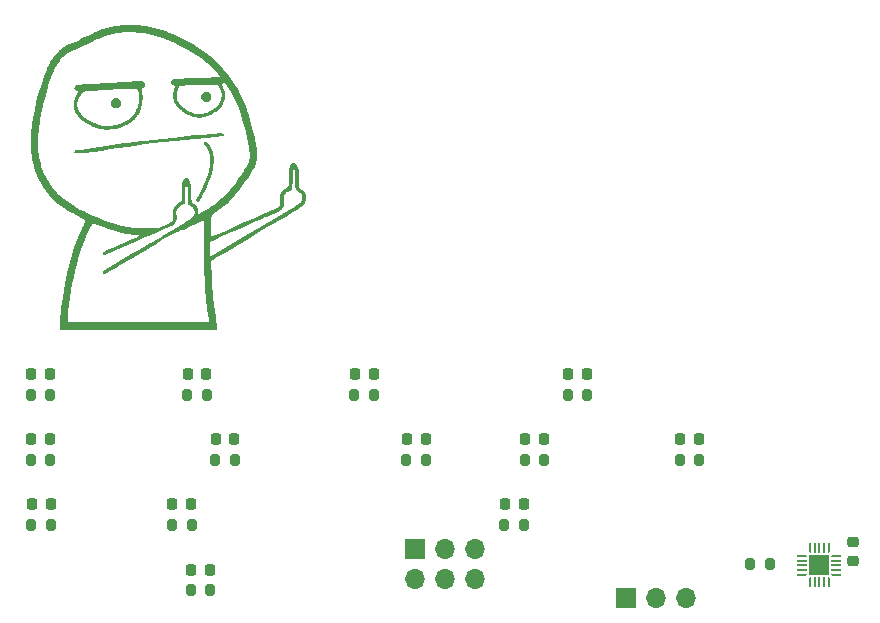
<source format=gts>
G04 #@! TF.GenerationSoftware,KiCad,Pcbnew,7.0.2*
G04 #@! TF.CreationDate,2024-03-21T22:15:59-07:00*
G04 #@! TF.ProjectId,fuck-sao,6675636b-2d73-4616-9f2e-6b696361645f,rev?*
G04 #@! TF.SameCoordinates,Original*
G04 #@! TF.FileFunction,Soldermask,Top*
G04 #@! TF.FilePolarity,Negative*
%FSLAX46Y46*%
G04 Gerber Fmt 4.6, Leading zero omitted, Abs format (unit mm)*
G04 Created by KiCad (PCBNEW 7.0.2) date 2024-03-21 22:15:59*
%MOMM*%
%LPD*%
G01*
G04 APERTURE LIST*
G04 Aperture macros list*
%AMRoundRect*
0 Rectangle with rounded corners*
0 $1 Rounding radius*
0 $2 $3 $4 $5 $6 $7 $8 $9 X,Y pos of 4 corners*
0 Add a 4 corners polygon primitive as box body*
4,1,4,$2,$3,$4,$5,$6,$7,$8,$9,$2,$3,0*
0 Add four circle primitives for the rounded corners*
1,1,$1+$1,$2,$3*
1,1,$1+$1,$4,$5*
1,1,$1+$1,$6,$7*
1,1,$1+$1,$8,$9*
0 Add four rect primitives between the rounded corners*
20,1,$1+$1,$2,$3,$4,$5,0*
20,1,$1+$1,$4,$5,$6,$7,0*
20,1,$1+$1,$6,$7,$8,$9,0*
20,1,$1+$1,$8,$9,$2,$3,0*%
%AMFreePoly0*
4,1,14,0.334644,0.085355,0.385355,0.034644,0.400000,-0.000711,0.400000,-0.050000,0.385355,-0.085355,0.350000,-0.100000,-0.350000,-0.100000,-0.385355,-0.085355,-0.400000,-0.050000,-0.400000,0.050000,-0.385355,0.085355,-0.350000,0.100000,0.299289,0.100000,0.334644,0.085355,0.334644,0.085355,$1*%
%AMFreePoly1*
4,1,14,0.385355,0.085355,0.400000,0.050000,0.400000,0.000711,0.385355,-0.034644,0.334644,-0.085355,0.299289,-0.100000,-0.350000,-0.100000,-0.385355,-0.085355,-0.400000,-0.050000,-0.400000,0.050000,-0.385355,0.085355,-0.350000,0.100000,0.350000,0.100000,0.385355,0.085355,0.385355,0.085355,$1*%
%AMFreePoly2*
4,1,14,0.085355,0.385355,0.100000,0.350000,0.100000,-0.350000,0.085355,-0.385355,0.050000,-0.400000,-0.050000,-0.400000,-0.085355,-0.385355,-0.100000,-0.350000,-0.100000,0.299289,-0.085355,0.334644,-0.034644,0.385355,0.000711,0.400000,0.050000,0.400000,0.085355,0.385355,0.085355,0.385355,$1*%
%AMFreePoly3*
4,1,14,0.034644,0.385355,0.085355,0.334644,0.100000,0.299289,0.100000,-0.350000,0.085355,-0.385355,0.050000,-0.400000,-0.050000,-0.400000,-0.085355,-0.385355,-0.100000,-0.350000,-0.100000,0.350000,-0.085355,0.385355,-0.050000,0.400000,-0.000711,0.400000,0.034644,0.385355,0.034644,0.385355,$1*%
%AMFreePoly4*
4,1,14,0.385355,0.085355,0.400000,0.050000,0.400000,-0.050000,0.385355,-0.085355,0.350000,-0.100000,-0.299289,-0.100000,-0.334644,-0.085355,-0.385355,-0.034644,-0.400000,0.000711,-0.400000,0.050000,-0.385355,0.085355,-0.350000,0.100000,0.350000,0.100000,0.385355,0.085355,0.385355,0.085355,$1*%
%AMFreePoly5*
4,1,14,0.385355,0.085355,0.400000,0.050000,0.400000,-0.050000,0.385355,-0.085355,0.350000,-0.100000,-0.350000,-0.100000,-0.385355,-0.085355,-0.400000,-0.050000,-0.400000,-0.000711,-0.385355,0.034644,-0.334644,0.085355,-0.299289,0.100000,0.350000,0.100000,0.385355,0.085355,0.385355,0.085355,$1*%
%AMFreePoly6*
4,1,14,0.085355,0.385355,0.100000,0.350000,0.100000,-0.299289,0.085355,-0.334644,0.034644,-0.385355,-0.000711,-0.400000,-0.050000,-0.400000,-0.085355,-0.385355,-0.100000,-0.350000,-0.100000,0.350000,-0.085355,0.385355,-0.050000,0.400000,0.050000,0.400000,0.085355,0.385355,0.085355,0.385355,$1*%
%AMFreePoly7*
4,1,14,0.085355,0.385355,0.100000,0.350000,0.100000,-0.350000,0.085355,-0.385355,0.050000,-0.400000,0.000711,-0.400000,-0.034644,-0.385355,-0.085355,-0.334644,-0.100000,-0.299289,-0.100000,0.350000,-0.085355,0.385355,-0.050000,0.400000,0.050000,0.400000,0.085355,0.385355,0.085355,0.385355,$1*%
G04 Aperture macros list end*
%ADD10FreePoly0,180.000000*%
%ADD11RoundRect,0.050000X0.350000X0.050000X-0.350000X0.050000X-0.350000X-0.050000X0.350000X-0.050000X0*%
%ADD12FreePoly1,180.000000*%
%ADD13FreePoly2,180.000000*%
%ADD14RoundRect,0.050000X0.050000X0.350000X-0.050000X0.350000X-0.050000X-0.350000X0.050000X-0.350000X0*%
%ADD15FreePoly3,180.000000*%
%ADD16FreePoly4,180.000000*%
%ADD17FreePoly5,180.000000*%
%ADD18FreePoly6,180.000000*%
%ADD19FreePoly7,180.000000*%
%ADD20R,1.700000X1.700000*%
%ADD21RoundRect,0.200000X0.200000X0.275000X-0.200000X0.275000X-0.200000X-0.275000X0.200000X-0.275000X0*%
%ADD22RoundRect,0.200000X-0.200000X-0.275000X0.200000X-0.275000X0.200000X0.275000X-0.200000X0.275000X0*%
%ADD23RoundRect,0.218750X-0.218750X-0.256250X0.218750X-0.256250X0.218750X0.256250X-0.218750X0.256250X0*%
%ADD24O,1.700000X1.700000*%
%ADD25RoundRect,0.225000X0.250000X-0.225000X0.250000X0.225000X-0.250000X0.225000X-0.250000X-0.225000X0*%
G04 APERTURE END LIST*
D10*
X134375000Y-90725000D03*
D11*
X134375000Y-90325000D03*
X134375000Y-89925000D03*
X134375000Y-89525000D03*
D12*
X134375000Y-89125000D03*
D13*
X133725000Y-88475000D03*
D14*
X133325000Y-88475000D03*
X132925000Y-88475000D03*
X132525000Y-88475000D03*
D15*
X132125000Y-88475000D03*
D16*
X131475000Y-89125000D03*
D11*
X131475000Y-89525000D03*
X131475000Y-89925000D03*
X131475000Y-90325000D03*
D17*
X131475000Y-90725000D03*
D18*
X132125000Y-91375000D03*
D14*
X132525000Y-91375000D03*
X132925000Y-91375000D03*
X133325000Y-91375000D03*
D19*
X133725000Y-91375000D03*
D20*
X132925000Y-89925000D03*
D21*
X127100000Y-89850000D03*
X128750000Y-89850000D03*
D22*
X97975000Y-81000000D03*
X99625000Y-81000000D03*
X79725000Y-92050000D03*
X81375000Y-92050000D03*
D23*
X121162500Y-79250000D03*
X122737500Y-79250000D03*
X66262500Y-84750000D03*
X67837500Y-84750000D03*
D22*
X111625000Y-75500000D03*
X113275000Y-75500000D03*
X121125000Y-81000000D03*
X122775000Y-81000000D03*
D23*
X106312500Y-84750000D03*
X107887500Y-84750000D03*
X81812500Y-79250000D03*
X83387500Y-79250000D03*
X98012500Y-79250000D03*
X99587500Y-79250000D03*
D22*
X106275000Y-86500000D03*
X107925000Y-86500000D03*
D23*
X79762500Y-90300000D03*
X81337500Y-90300000D03*
X78150000Y-84750000D03*
X79725000Y-84750000D03*
X108012500Y-79250000D03*
X109587500Y-79250000D03*
D22*
X66225000Y-86500000D03*
X67875000Y-86500000D03*
X78125000Y-86500000D03*
X79775000Y-86500000D03*
D23*
X66212500Y-79250000D03*
X67787500Y-79250000D03*
D22*
X66175000Y-81000000D03*
X67825000Y-81000000D03*
D23*
X93612500Y-73750000D03*
X95187500Y-73750000D03*
D20*
X116550000Y-92700000D03*
D24*
X119090000Y-92700000D03*
X121630000Y-92700000D03*
D23*
X111662500Y-73750000D03*
X113237500Y-73750000D03*
D22*
X66175000Y-75500000D03*
X67825000Y-75500000D03*
X93575000Y-75500000D03*
X95225000Y-75500000D03*
D23*
X79462500Y-73750000D03*
X81037500Y-73750000D03*
D22*
X79425000Y-75500000D03*
X81075000Y-75500000D03*
D25*
X135800000Y-89525000D03*
X135800000Y-87975000D03*
D22*
X107975000Y-81000000D03*
X109625000Y-81000000D03*
D23*
X66212500Y-73750000D03*
X67787500Y-73750000D03*
D22*
X81775000Y-81000000D03*
X83425000Y-81000000D03*
D20*
X98720000Y-88510000D03*
D24*
X98720000Y-91050000D03*
X101260000Y-88510000D03*
X101260000Y-91050000D03*
X103800000Y-88510000D03*
X103800000Y-91050000D03*
G36*
X74778015Y-44176245D02*
G01*
X74990562Y-44182158D01*
X74993357Y-44182268D01*
X75186457Y-44192022D01*
X75190311Y-44192277D01*
X75355713Y-44205808D01*
X75360653Y-44206312D01*
X75661902Y-44243148D01*
X75666546Y-44243805D01*
X75972633Y-44293043D01*
X75977027Y-44293831D01*
X76287449Y-44355304D01*
X76291614Y-44356204D01*
X76605779Y-44429719D01*
X76609736Y-44430713D01*
X76927264Y-44516124D01*
X76931030Y-44517201D01*
X77251346Y-44614310D01*
X77254940Y-44615460D01*
X77577517Y-44724077D01*
X77580955Y-44725291D01*
X77905350Y-44845250D01*
X77908647Y-44846523D01*
X78234312Y-44977620D01*
X78237484Y-44978948D01*
X78563971Y-45121017D01*
X78567029Y-45122397D01*
X78893796Y-45275231D01*
X78896751Y-45276662D01*
X79223282Y-45440058D01*
X79226147Y-45441538D01*
X79552040Y-45615356D01*
X79554824Y-45616887D01*
X79879472Y-45800874D01*
X79882182Y-45802456D01*
X80205147Y-45996449D01*
X80207794Y-45998084D01*
X80528839Y-46202054D01*
X80530957Y-46203430D01*
X80756794Y-46353455D01*
X80759201Y-46355096D01*
X80974510Y-46505534D01*
X80977104Y-46507396D01*
X81183018Y-46659307D01*
X81185758Y-46661388D01*
X81383263Y-46815737D01*
X81386100Y-46818022D01*
X81576082Y-46975696D01*
X81578958Y-46978158D01*
X81762558Y-47140254D01*
X81765418Y-47142859D01*
X81943545Y-47310295D01*
X81946330Y-47312996D01*
X82120039Y-47486829D01*
X82122697Y-47489573D01*
X82292934Y-47670767D01*
X82295424Y-47673498D01*
X82463191Y-47863081D01*
X82465484Y-47865747D01*
X82631765Y-48064748D01*
X82633840Y-48067299D01*
X82799584Y-48276702D01*
X82801435Y-48279100D01*
X82967590Y-48499897D01*
X82969218Y-48502111D01*
X83137438Y-48736277D01*
X83308541Y-48984703D01*
X83481266Y-49245108D01*
X83483974Y-49249377D01*
X83612014Y-49460658D01*
X83614806Y-49465509D01*
X83755669Y-49723549D01*
X83757504Y-49727042D01*
X83906468Y-50021856D01*
X83907856Y-50024691D01*
X84059729Y-50345281D01*
X84060904Y-50347836D01*
X84210592Y-50683270D01*
X84211690Y-50685806D01*
X84354215Y-51025327D01*
X84355335Y-51028088D01*
X84485708Y-51360847D01*
X84486945Y-51364141D01*
X84599954Y-51678565D01*
X84601832Y-51684215D01*
X84663649Y-51886184D01*
X84664547Y-51889256D01*
X84745712Y-52181159D01*
X84936103Y-52917420D01*
X85115909Y-53666246D01*
X85183939Y-53973893D01*
X85184559Y-53976870D01*
X85228469Y-54201498D01*
X85229261Y-54205987D01*
X85257649Y-54386158D01*
X85258080Y-54389129D01*
X85281063Y-54562137D01*
X85281459Y-54565458D01*
X85298894Y-54730739D01*
X85299228Y-54734439D01*
X85311102Y-54892177D01*
X85311343Y-54896280D01*
X85317669Y-55046852D01*
X85317776Y-55051379D01*
X85318561Y-55194986D01*
X85318489Y-55199947D01*
X85313754Y-55336937D01*
X85313450Y-55342333D01*
X85303216Y-55473040D01*
X85302622Y-55478853D01*
X85286924Y-55603521D01*
X85285985Y-55609712D01*
X85264833Y-55728811D01*
X85263496Y-55735323D01*
X85236918Y-55849148D01*
X85235141Y-55855895D01*
X85203135Y-55964873D01*
X85200896Y-55971750D01*
X85163450Y-56076279D01*
X85160748Y-56083166D01*
X85117798Y-56183723D01*
X85114663Y-56190492D01*
X85066156Y-56287462D01*
X85062643Y-56293989D01*
X85007832Y-56388920D01*
X85005408Y-56392940D01*
X84802087Y-56716179D01*
X84603221Y-57023092D01*
X84409233Y-57312640D01*
X84219297Y-57585775D01*
X84033361Y-57842377D01*
X84031776Y-57844516D01*
X83849163Y-58085434D01*
X83847364Y-58087750D01*
X83666530Y-58314956D01*
X83664516Y-58317421D01*
X83484626Y-58531901D01*
X83482396Y-58534486D01*
X83302676Y-58737158D01*
X83300240Y-58739826D01*
X83119758Y-58931787D01*
X83117133Y-58934496D01*
X82935108Y-59116664D01*
X82932324Y-59119364D01*
X82747884Y-59292750D01*
X82744983Y-59295392D01*
X82557236Y-59461015D01*
X82554267Y-59463552D01*
X82362335Y-59622406D01*
X82359354Y-59624797D01*
X82162416Y-59777818D01*
X82159482Y-59780029D01*
X81955130Y-59929316D01*
X81896409Y-59971704D01*
X81841905Y-60011601D01*
X81791537Y-60049080D01*
X81745218Y-60084214D01*
X81702866Y-60117075D01*
X81664398Y-60147737D01*
X81629729Y-60176274D01*
X81598775Y-60202760D01*
X81597746Y-60203674D01*
X81571525Y-60227204D01*
X81570217Y-60228430D01*
X81547781Y-60249778D01*
X81546163Y-60251402D01*
X81528550Y-60269447D01*
X81526553Y-60271587D01*
X81511529Y-60288468D01*
X81509768Y-60290537D01*
X81503434Y-60298323D01*
X81502104Y-60300049D01*
X81497909Y-60305619D01*
X81496340Y-60307782D01*
X81492325Y-60313562D01*
X81490692Y-60316037D01*
X81487625Y-60320934D01*
X81485875Y-60323909D01*
X81483692Y-60327868D01*
X81481861Y-60331462D01*
X81480515Y-60334332D01*
X81478651Y-60338747D01*
X81478045Y-60340353D01*
X81476296Y-60345709D01*
X81476158Y-60346207D01*
X81474833Y-60352093D01*
X81467740Y-60392785D01*
X81467176Y-60396786D01*
X81459477Y-60468094D01*
X81459295Y-60470348D01*
X81444263Y-60681118D01*
X81444189Y-60682459D01*
X81430703Y-60954914D01*
X81419789Y-61256206D01*
X81412513Y-61551704D01*
X81409867Y-61808140D01*
X81409883Y-61809798D01*
X81412816Y-61990494D01*
X81412966Y-61993934D01*
X81416750Y-62046733D01*
X81422434Y-62070677D01*
X81423378Y-62071493D01*
X81429324Y-62075943D01*
X81434442Y-62078781D01*
X81440084Y-62081041D01*
X81446040Y-62082679D01*
X81446499Y-62082780D01*
X81452136Y-62083743D01*
X81453811Y-62083950D01*
X81458798Y-62084362D01*
X81461621Y-62084481D01*
X81465980Y-62084511D01*
X81469934Y-62084400D01*
X81473717Y-62084176D01*
X81478681Y-62083730D01*
X81481975Y-62083346D01*
X81487893Y-62082494D01*
X81490773Y-62082009D01*
X81497527Y-62080710D01*
X81500079Y-62080164D01*
X81508755Y-62078118D01*
X81510957Y-62077533D01*
X81519151Y-62075255D01*
X81521134Y-62074657D01*
X81529991Y-62071882D01*
X81531736Y-62071296D01*
X81541265Y-62068002D01*
X81542813Y-62067434D01*
X81551347Y-62064226D01*
X81554471Y-62062962D01*
X82663331Y-61579433D01*
X84223492Y-60888872D01*
X84745602Y-60659125D01*
X85352379Y-60394983D01*
X85842333Y-60184011D01*
X86239230Y-60010951D01*
X86405842Y-59937151D01*
X86552864Y-59871045D01*
X86681522Y-59812040D01*
X86793039Y-59759539D01*
X86888645Y-59712948D01*
X86969565Y-59671672D01*
X86970882Y-59670967D01*
X87036981Y-59635138D01*
X87038826Y-59634075D01*
X87090859Y-59603495D01*
X87093441Y-59601894D01*
X87135091Y-59574666D01*
X87137574Y-59572955D01*
X87153687Y-59561270D01*
X87156639Y-59559039D01*
X87169529Y-59548857D01*
X87171848Y-59546941D01*
X87183355Y-59536964D01*
X87185889Y-59534642D01*
X87195127Y-59525693D01*
X87197913Y-59522815D01*
X87205113Y-59514884D01*
X87208052Y-59511397D01*
X87215045Y-59502454D01*
X87215933Y-59501274D01*
X87239085Y-59470132D01*
X87241976Y-59465888D01*
X87249447Y-59453881D01*
X87252116Y-59449138D01*
X87258165Y-59437182D01*
X87260712Y-59431444D01*
X87265681Y-59418526D01*
X87267609Y-59412658D01*
X87271879Y-59397093D01*
X87273080Y-59391834D01*
X87276683Y-59372179D01*
X87277313Y-59367930D01*
X87280128Y-59343103D01*
X87280409Y-59339888D01*
X87282391Y-59307932D01*
X87282470Y-59305655D01*
X87283397Y-59268498D01*
X87283396Y-59266384D01*
X87282515Y-59168584D01*
X87282479Y-59167191D01*
X87278325Y-59034852D01*
X87271490Y-58860396D01*
X87269148Y-58813988D01*
X87267480Y-58772339D01*
X87266609Y-58736309D01*
X87266574Y-58733544D01*
X87266531Y-58703068D01*
X87266585Y-58699235D01*
X87267360Y-58672977D01*
X87267604Y-58668047D01*
X87269174Y-58645432D01*
X87269737Y-58639431D01*
X87272058Y-58619841D01*
X87273070Y-58612959D01*
X87276132Y-58595542D01*
X87277654Y-58588194D01*
X87281543Y-58571919D01*
X87283519Y-58564640D01*
X87288454Y-58548422D01*
X87290681Y-58541781D01*
X87296990Y-58524598D01*
X87299214Y-58518969D01*
X87307261Y-58499973D01*
X87309231Y-58495565D01*
X87319302Y-58474153D01*
X87320863Y-58470953D01*
X87332995Y-58446972D01*
X87334437Y-58444209D01*
X87365940Y-58385640D01*
X87367592Y-58382666D01*
X87381787Y-58357927D01*
X87383471Y-58355082D01*
X87397584Y-58331938D01*
X87399606Y-58328733D01*
X87413683Y-58307160D01*
X87416044Y-58303673D01*
X87430253Y-58283434D01*
X87432923Y-58279775D01*
X87447537Y-58260497D01*
X87450464Y-58256785D01*
X87465689Y-58238216D01*
X87468795Y-58234573D01*
X87484914Y-58216393D01*
X87488087Y-58212948D01*
X87505426Y-58194820D01*
X87508581Y-58191639D01*
X87527383Y-58173352D01*
X87530399Y-58170515D01*
X87550962Y-58151810D01*
X87553774Y-58149328D01*
X87576394Y-58129969D01*
X87578933Y-58127854D01*
X87603728Y-58107753D01*
X87605973Y-58105976D01*
X87634251Y-58084114D01*
X87636240Y-58082608D01*
X87666030Y-58060520D01*
X87700250Y-58035963D01*
X87737182Y-58010188D01*
X87998210Y-57833815D01*
X87998211Y-57833813D01*
X88019380Y-57092983D01*
X88023976Y-56942576D01*
X88029688Y-56797913D01*
X88036309Y-56662430D01*
X88043634Y-56539556D01*
X88051455Y-56432716D01*
X88059370Y-56347439D01*
X88059825Y-56343299D01*
X88067349Y-56284098D01*
X88068321Y-56277765D01*
X88071005Y-56262854D01*
X88072962Y-56253897D01*
X88074263Y-56248845D01*
X88077986Y-56236912D01*
X88095264Y-56190001D01*
X88097329Y-56184765D01*
X88116871Y-56138323D01*
X88118767Y-56134045D01*
X88128249Y-56113695D01*
X88129712Y-56110663D01*
X88139592Y-56090880D01*
X88141239Y-56087699D01*
X88151209Y-56069100D01*
X88153069Y-56065756D01*
X88163051Y-56048440D01*
X88165141Y-56044947D01*
X88175150Y-56028831D01*
X88177513Y-56025171D01*
X88187455Y-56010351D01*
X88190122Y-56006533D01*
X88200005Y-55992934D01*
X88203014Y-55988964D01*
X88212770Y-55976615D01*
X88216158Y-55972510D01*
X88225753Y-55961382D01*
X88229557Y-55957170D01*
X88238923Y-55947263D01*
X88243215Y-55942940D01*
X88252325Y-55934206D01*
X88257121Y-55929843D01*
X88265936Y-55922235D01*
X88271256Y-55917895D01*
X88279706Y-55911382D01*
X88285626Y-55907091D01*
X88293720Y-55901581D01*
X88300209Y-55897452D01*
X88307939Y-55892864D01*
X88315012Y-55888972D01*
X88322359Y-55885235D01*
X88329985Y-55881676D01*
X88337005Y-55878686D01*
X88345130Y-55875558D01*
X88351879Y-55873228D01*
X88360420Y-55870619D01*
X88367003Y-55868865D01*
X88375868Y-55866848D01*
X88382393Y-55865613D01*
X88391426Y-55864246D01*
X88397987Y-55863499D01*
X88407090Y-55862801D01*
X88413884Y-55862531D01*
X88422858Y-55862499D01*
X88429957Y-55862731D01*
X88438737Y-55863330D01*
X88446293Y-55864116D01*
X88454737Y-55865290D01*
X88462805Y-55866695D01*
X88470856Y-55868373D01*
X88479562Y-55870492D01*
X88487095Y-55872580D01*
X88496436Y-55875488D01*
X88503474Y-55877913D01*
X88514158Y-55881957D01*
X88519382Y-55884071D01*
X88525601Y-55886754D01*
X88535287Y-55891441D01*
X88539425Y-55893670D01*
X88548381Y-55898992D01*
X88553187Y-55902128D01*
X88561234Y-55907848D01*
X88566963Y-55912274D01*
X88573905Y-55918052D01*
X88580727Y-55924165D01*
X88586560Y-55929745D01*
X88594498Y-55937849D01*
X88599305Y-55943045D01*
X88608334Y-55953382D01*
X88612257Y-55958104D01*
X88622322Y-55970849D01*
X88625490Y-55975041D01*
X88636531Y-55990310D01*
X88639074Y-55993963D01*
X88651028Y-56011810D01*
X88653071Y-56014962D01*
X88665945Y-56035502D01*
X88667588Y-56038199D01*
X88681313Y-56061389D01*
X88682630Y-56063670D01*
X88697809Y-56090606D01*
X88713715Y-56120031D01*
X88714888Y-56122258D01*
X88749001Y-56188650D01*
X88750198Y-56191042D01*
X88868194Y-56433412D01*
X88880681Y-56485305D01*
X88894269Y-57191760D01*
X88904851Y-57925538D01*
X88904852Y-57925539D01*
X89134157Y-58105456D01*
X89185531Y-58146684D01*
X89188116Y-58148817D01*
X89232106Y-58186127D01*
X89235611Y-58189215D01*
X89273360Y-58223759D01*
X89277828Y-58228059D01*
X89309540Y-58260135D01*
X89314887Y-58265897D01*
X89341061Y-58295964D01*
X89347027Y-58303374D01*
X89368277Y-58331942D01*
X89374402Y-58340982D01*
X89392316Y-58370105D01*
X89396669Y-58377780D01*
X89403278Y-58390466D01*
X89405929Y-58395870D01*
X89412470Y-58410067D01*
X89414856Y-58415597D01*
X89420766Y-58430259D01*
X89422848Y-58435802D01*
X89427719Y-58449776D01*
X89430237Y-58457880D01*
X89439693Y-58492456D01*
X89441983Y-58502431D01*
X89448995Y-58540026D01*
X89450288Y-58548618D01*
X89455223Y-58591600D01*
X89455827Y-58598613D01*
X89458654Y-58647693D01*
X89458848Y-58653166D01*
X89459593Y-58708866D01*
X89459580Y-58712954D01*
X89458350Y-58775707D01*
X89458258Y-58778629D01*
X89455273Y-58847726D01*
X89455024Y-58851879D01*
X89449368Y-58925448D01*
X89446030Y-58960606D01*
X89442391Y-58993895D01*
X89438416Y-59025518D01*
X89434283Y-59054119D01*
X89433900Y-59056585D01*
X89429637Y-59082287D01*
X89429121Y-59085182D01*
X89424627Y-59108793D01*
X89423962Y-59112052D01*
X89419218Y-59133786D01*
X89418362Y-59137439D01*
X89413390Y-59157311D01*
X89412293Y-59161399D01*
X89407142Y-59179359D01*
X89405750Y-59183885D01*
X89400443Y-59200035D01*
X89398687Y-59205018D01*
X89393293Y-59219344D01*
X89391094Y-59224789D01*
X89385666Y-59237365D01*
X89382947Y-59243238D01*
X89377525Y-59254191D01*
X89374216Y-59260423D01*
X89369339Y-59269009D01*
X89364330Y-59277090D01*
X89346128Y-59304084D01*
X89338203Y-59314588D01*
X89311392Y-59346456D01*
X89305110Y-59353375D01*
X89267024Y-59392276D01*
X89262080Y-59397054D01*
X89213717Y-59441261D01*
X89208130Y-59446071D01*
X89075950Y-59553194D01*
X89070781Y-59557162D01*
X88896033Y-59684174D01*
X88892485Y-59686660D01*
X88673357Y-59834514D01*
X88670825Y-59836178D01*
X88405561Y-60005879D01*
X88093194Y-60197989D01*
X87733627Y-60412623D01*
X86204779Y-61312646D01*
X85493490Y-61728482D01*
X84994751Y-62020847D01*
X84435158Y-62352900D01*
X83691678Y-62796076D01*
X82741824Y-63358315D01*
X82308624Y-63614851D01*
X81935284Y-63838975D01*
X81661826Y-64006215D01*
X81575048Y-64060860D01*
X81573687Y-64061756D01*
X81529445Y-64091306D01*
X81527142Y-64092920D01*
X81408323Y-64180287D01*
X81433018Y-64589511D01*
X81475262Y-65256254D01*
X81524245Y-65930893D01*
X81636306Y-67240195D01*
X81696327Y-67843025D01*
X81756967Y-68390084D01*
X81816698Y-68865461D01*
X81816883Y-68866756D01*
X81873990Y-69253231D01*
X81874210Y-69254569D01*
X81888328Y-69337526D01*
X81902048Y-69422241D01*
X81926467Y-69583967D01*
X81944934Y-69720567D01*
X81951069Y-69772656D01*
X81954947Y-69812272D01*
X81955255Y-69816032D01*
X81956910Y-69840863D01*
X81941728Y-69909063D01*
X81892084Y-69958228D01*
X81833382Y-69973109D01*
X75305269Y-69983483D01*
X68772484Y-69990406D01*
X68705424Y-69970792D01*
X68659613Y-69918037D01*
X68648353Y-69866406D01*
X68648353Y-69625078D01*
X68648387Y-69622188D01*
X68654604Y-69355538D01*
X68655170Y-69331234D01*
X68655352Y-69326812D01*
X68665658Y-69152270D01*
X69283345Y-69152270D01*
X69283350Y-69355536D01*
X69283352Y-69355538D01*
X75259408Y-69355538D01*
X79487008Y-69348041D01*
X80777458Y-69339166D01*
X81130755Y-69333592D01*
X81132847Y-69333505D01*
X81256624Y-69327319D01*
X81256630Y-69327314D01*
X81257442Y-69313905D01*
X81257465Y-69306838D01*
X81255650Y-69273085D01*
X81255459Y-69270531D01*
X81242959Y-69139901D01*
X81242792Y-69138431D01*
X81220414Y-68951771D01*
X81189600Y-68727583D01*
X81118881Y-68155374D01*
X81036585Y-67367190D01*
X80954949Y-66485744D01*
X80886400Y-65636077D01*
X80886112Y-65631398D01*
X80869952Y-65253008D01*
X80854022Y-64609350D01*
X80833200Y-63132537D01*
X81348352Y-63132537D01*
X81348862Y-63283495D01*
X81350446Y-63411513D01*
X81351668Y-63467193D01*
X81353190Y-63517455D01*
X81355021Y-63562424D01*
X81357173Y-63602207D01*
X81359659Y-63636918D01*
X81359784Y-63638318D01*
X81362477Y-63666563D01*
X81362715Y-63668548D01*
X81365460Y-63689909D01*
X81365904Y-63692833D01*
X81368911Y-63709911D01*
X81369547Y-63713042D01*
X81370764Y-63718330D01*
X81371492Y-63721185D01*
X81372566Y-63725015D01*
X81373744Y-63728762D01*
X81374309Y-63730379D01*
X81376038Y-63734719D01*
X81379382Y-63741077D01*
X81379679Y-63741566D01*
X81382071Y-63744245D01*
X81384562Y-63745841D01*
X81387158Y-63746371D01*
X81394830Y-63744503D01*
X81406489Y-63739786D01*
X81410246Y-63738119D01*
X81451815Y-63717984D01*
X81453663Y-63717030D01*
X81514840Y-63684794D01*
X81594874Y-63640969D01*
X81795447Y-63527592D01*
X82032743Y-63390066D01*
X83323908Y-62624538D01*
X84759713Y-61774343D01*
X86294296Y-60867705D01*
X87768906Y-59996343D01*
X87968228Y-59878197D01*
X88158291Y-59762239D01*
X88338427Y-59649011D01*
X88507982Y-59539050D01*
X88666293Y-59432891D01*
X88812698Y-59331074D01*
X88946536Y-59234133D01*
X88947634Y-59233309D01*
X89067124Y-59142625D01*
X89067128Y-59142618D01*
X89068368Y-59138551D01*
X89069829Y-59132780D01*
X89072751Y-59118368D01*
X89073121Y-59116266D01*
X89083004Y-59057072D01*
X89083205Y-59055737D01*
X89095902Y-58967996D01*
X89109465Y-58860376D01*
X89116569Y-58801387D01*
X89116703Y-58800104D01*
X89121837Y-58748324D01*
X89121989Y-58746284D01*
X89124996Y-58700611D01*
X89125083Y-58698481D01*
X89125701Y-58678578D01*
X89125719Y-58676844D01*
X89125778Y-58657663D01*
X89125734Y-58655623D01*
X89125194Y-58637791D01*
X89125056Y-58635403D01*
X89124013Y-58620325D01*
X89123764Y-58617546D01*
X89122072Y-58602380D01*
X89121665Y-58599391D01*
X89119405Y-58585372D01*
X89118777Y-58582051D01*
X89115955Y-58569045D01*
X89115083Y-58565528D01*
X89111686Y-58553351D01*
X89110545Y-58549703D01*
X89106567Y-58538236D01*
X89105147Y-58534531D01*
X89100549Y-58523606D01*
X89098851Y-58519913D01*
X89093578Y-58509367D01*
X89091656Y-58505816D01*
X89085603Y-58495445D01*
X89083551Y-58492169D01*
X89076600Y-58481809D01*
X89074464Y-58478821D01*
X89066542Y-58468405D01*
X89064391Y-58465732D01*
X89055372Y-58455138D01*
X89053287Y-58452810D01*
X89043078Y-58441964D01*
X89041124Y-58439978D01*
X89028749Y-58427958D01*
X89026961Y-58426322D01*
X89014212Y-58414907D01*
X89012598Y-58413532D01*
X88998476Y-58401723D01*
X88997057Y-58400586D01*
X88981508Y-58388330D01*
X88979747Y-58387014D01*
X88943739Y-58360627D01*
X88942011Y-58359426D01*
X88900638Y-58331207D01*
X88899513Y-58330465D01*
X88851935Y-58299483D01*
X88755166Y-58236668D01*
X88751752Y-58234371D01*
X88716970Y-58210116D01*
X88711069Y-58205735D01*
X88685043Y-58185191D01*
X88676125Y-58177434D01*
X88658147Y-58160224D01*
X88647208Y-58148290D01*
X88635101Y-58133213D01*
X88624455Y-58117669D01*
X88615310Y-58101862D01*
X88607222Y-58085090D01*
X88599069Y-58064328D01*
X88594237Y-58049260D01*
X88586811Y-58019745D01*
X88584449Y-58007974D01*
X88578330Y-57967385D01*
X88577361Y-57959060D01*
X88573018Y-57906231D01*
X88572688Y-57900721D01*
X88570236Y-57835379D01*
X88570149Y-57830921D01*
X88569877Y-57655112D01*
X88573240Y-57417531D01*
X88576188Y-57240888D01*
X88576988Y-57091764D01*
X88575472Y-56965951D01*
X88573792Y-56910451D01*
X88571474Y-56859235D01*
X88568493Y-56811713D01*
X88564828Y-56767383D01*
X88564700Y-56766105D01*
X88560469Y-56725802D01*
X88560291Y-56724348D01*
X88555380Y-56686295D01*
X88555158Y-56684793D01*
X88549548Y-56648401D01*
X88549286Y-56646882D01*
X88542950Y-56611592D01*
X88542667Y-56610159D01*
X88535567Y-56575341D01*
X88535284Y-56574057D01*
X88527379Y-56539121D01*
X88526826Y-56536950D01*
X88516414Y-56497642D01*
X88505959Y-56460420D01*
X88500903Y-56443379D01*
X88495977Y-56427450D01*
X88491135Y-56412497D01*
X88486389Y-56398572D01*
X88481721Y-56385639D01*
X88481309Y-56384555D01*
X88477205Y-56373895D01*
X88476638Y-56372496D01*
X88472710Y-56362999D01*
X88471991Y-56361358D01*
X88468281Y-56353086D01*
X88467365Y-56351170D01*
X88464544Y-56345431D01*
X88463307Y-56343027D01*
X88460328Y-56337519D01*
X88458791Y-56334841D01*
X88456310Y-56330758D01*
X88454240Y-56327575D01*
X88452431Y-56324973D01*
X88449604Y-56321221D01*
X88448744Y-56320165D01*
X88444825Y-56315793D01*
X88444569Y-56315534D01*
X88441317Y-56312507D01*
X88439680Y-56311199D01*
X88437626Y-56309779D01*
X88435563Y-56308574D01*
X88433471Y-56307575D01*
X88431384Y-56306802D01*
X88429282Y-56306246D01*
X88427170Y-56305909D01*
X88425000Y-56305790D01*
X88422922Y-56305892D01*
X88420766Y-56306219D01*
X88418663Y-56306752D01*
X88416556Y-56307498D01*
X88414443Y-56308455D01*
X88412361Y-56309600D01*
X88410762Y-56310634D01*
X88407262Y-56313303D01*
X88402887Y-56317328D01*
X88402366Y-56317857D01*
X88399126Y-56321407D01*
X88397547Y-56323279D01*
X88395126Y-56326338D01*
X88392775Y-56329507D01*
X88390982Y-56332056D01*
X88388037Y-56336478D01*
X88386678Y-56338614D01*
X88382739Y-56345096D01*
X88377843Y-56367896D01*
X88376808Y-56374376D01*
X88371239Y-56427049D01*
X88370925Y-56430733D01*
X88358487Y-56621583D01*
X88358419Y-56622967D01*
X88346526Y-56896254D01*
X88336880Y-57223516D01*
X88332608Y-57392445D01*
X88327838Y-57550382D01*
X88322740Y-57693933D01*
X88317475Y-57819708D01*
X88312212Y-57924316D01*
X88307222Y-58002655D01*
X88306957Y-58006062D01*
X88306359Y-58012593D01*
X88280644Y-58077558D01*
X88241400Y-58110606D01*
X88227891Y-58117838D01*
X88162622Y-58151657D01*
X88086397Y-58190127D01*
X88006456Y-58231481D01*
X88004220Y-58232698D01*
X87934005Y-58272818D01*
X87931120Y-58274572D01*
X87869519Y-58314378D01*
X87866004Y-58316827D01*
X87812139Y-58357182D01*
X87809099Y-58359611D01*
X87785886Y-58379370D01*
X87783726Y-58381297D01*
X87761952Y-58401651D01*
X87759689Y-58403876D01*
X87739730Y-58424511D01*
X87737466Y-58426981D01*
X87719209Y-58448004D01*
X87716989Y-58450711D01*
X87700358Y-58472206D01*
X87698195Y-58475178D01*
X87683112Y-58497238D01*
X87681106Y-58500369D01*
X87667438Y-58523190D01*
X87665641Y-58526407D01*
X87653334Y-58550094D01*
X87651741Y-58553401D01*
X87640763Y-58578031D01*
X87639379Y-58581395D01*
X87629651Y-58607174D01*
X87628516Y-58610457D01*
X87620007Y-58637508D01*
X87619103Y-58640669D01*
X87611778Y-58669164D01*
X87611089Y-58672151D01*
X87604949Y-58702135D01*
X87604432Y-58704994D01*
X87599549Y-58736033D01*
X87599075Y-58739789D01*
X87592497Y-58809123D01*
X87592242Y-58813354D01*
X87590263Y-58889556D01*
X87590267Y-58892932D01*
X87592673Y-58977305D01*
X87592802Y-58979905D01*
X87599459Y-59073944D01*
X87599645Y-59075905D01*
X87610156Y-59177900D01*
X87616869Y-59251453D01*
X87619231Y-59283420D01*
X87620768Y-59310957D01*
X87620894Y-59313867D01*
X87621628Y-59337164D01*
X87621689Y-59341063D01*
X87621690Y-59361199D01*
X87621596Y-59366036D01*
X87620916Y-59383476D01*
X87620555Y-59389255D01*
X87619258Y-59404357D01*
X87618518Y-59410921D01*
X87616653Y-59424257D01*
X87615458Y-59431310D01*
X87613011Y-59443593D01*
X87611360Y-59450764D01*
X87608239Y-59462688D01*
X87606233Y-59469541D01*
X87602228Y-59481891D01*
X87600066Y-59488007D01*
X87594922Y-59501432D01*
X87592799Y-59506619D01*
X87586271Y-59521593D01*
X87584379Y-59525724D01*
X87576263Y-59542622D01*
X87574715Y-59545734D01*
X87564977Y-59564633D01*
X87563585Y-59567256D01*
X87539510Y-59611353D01*
X87535738Y-59617793D01*
X87511325Y-59656738D01*
X87506400Y-59664009D01*
X87479977Y-59700190D01*
X87474048Y-59707684D01*
X87444468Y-59742248D01*
X87437896Y-59749348D01*
X87403792Y-59783418D01*
X87397067Y-59789656D01*
X87357007Y-59824152D01*
X87350590Y-59829317D01*
X87303285Y-59864867D01*
X87297505Y-59868958D01*
X87241748Y-59906077D01*
X87236776Y-59909219D01*
X87171556Y-59948306D01*
X87167423Y-59950677D01*
X87091793Y-59992140D01*
X87088447Y-59993908D01*
X87001625Y-60038117D01*
X86998973Y-60039428D01*
X86900472Y-60086659D01*
X86897576Y-60088002D01*
X86659747Y-60194600D01*
X86657350Y-60195644D01*
X86361325Y-60320899D01*
X86178597Y-60398234D01*
X86008104Y-60471272D01*
X85868702Y-60531739D01*
X85779239Y-60571374D01*
X85690267Y-60611833D01*
X85556980Y-60670154D01*
X85228905Y-60811260D01*
X84030785Y-61332929D01*
X82946435Y-61809621D01*
X82187964Y-62144759D01*
X81723178Y-62348930D01*
X81555938Y-62423069D01*
X81499301Y-62448963D01*
X81497936Y-62449618D01*
X81466264Y-62465059D01*
X81463265Y-62466471D01*
X81348352Y-62518703D01*
X81348352Y-63132537D01*
X80833200Y-63132537D01*
X80829768Y-62889122D01*
X80820122Y-62030052D01*
X80808160Y-61326755D01*
X80795538Y-60851663D01*
X80795485Y-60850398D01*
X80789495Y-60722329D01*
X80789317Y-60719964D01*
X80786640Y-60688710D01*
X80783907Y-60677204D01*
X80779346Y-60677976D01*
X80774813Y-60679445D01*
X80769946Y-60681250D01*
X80752950Y-60688381D01*
X80750288Y-60689573D01*
X80722764Y-60702692D01*
X80721423Y-60703361D01*
X80686894Y-60720861D01*
X80685800Y-60721437D01*
X80598368Y-60767990D01*
X80494615Y-60825379D01*
X80324284Y-60918384D01*
X80321561Y-60919827D01*
X80129836Y-61018407D01*
X79922002Y-61120180D01*
X79706162Y-61221369D01*
X79488998Y-61318919D01*
X79277208Y-61409774D01*
X79078948Y-61490279D01*
X79076088Y-61491399D01*
X78897860Y-61558654D01*
X78895189Y-61559627D01*
X78725051Y-61619411D01*
X78590086Y-61669050D01*
X78587646Y-61670006D01*
X78469679Y-61719078D01*
X78466458Y-61720527D01*
X78343993Y-61779882D01*
X78341397Y-61781218D01*
X78192851Y-61862110D01*
X78191365Y-61862959D01*
X77998616Y-61974875D01*
X77397240Y-62335261D01*
X76652439Y-62779759D01*
X76321212Y-62975221D01*
X76074323Y-63118428D01*
X75673039Y-63353906D01*
X75351129Y-63541761D01*
X75214091Y-63624171D01*
X75035391Y-63730056D01*
X74645574Y-63958037D01*
X73693075Y-64526009D01*
X73359782Y-64725432D01*
X73079903Y-64891079D01*
X72849961Y-65024895D01*
X72666487Y-65128820D01*
X72591080Y-65170187D01*
X72525999Y-65204804D01*
X72473177Y-65231708D01*
X72404502Y-65244572D01*
X72339774Y-65218265D01*
X72299544Y-65161140D01*
X72296585Y-65091333D01*
X72299159Y-65082404D01*
X72302017Y-65073727D01*
X72305363Y-65064752D01*
X72310452Y-65052561D01*
X72314897Y-65043064D01*
X72321045Y-65031256D01*
X72325288Y-65023754D01*
X72327297Y-65020474D01*
X72330713Y-65015203D01*
X72333355Y-65011343D01*
X72337271Y-65005939D01*
X72339741Y-65002717D01*
X72344235Y-64997191D01*
X72346011Y-64995131D01*
X72352205Y-64988458D01*
X72354365Y-64986296D01*
X72359947Y-64981044D01*
X72365424Y-64976201D01*
X72370532Y-64971923D01*
X72395236Y-64952339D01*
X72399379Y-64949194D01*
X72434181Y-64923907D01*
X72436978Y-64921933D01*
X72480184Y-64892327D01*
X72482388Y-64890852D01*
X72532961Y-64857765D01*
X72589135Y-64822486D01*
X72648249Y-64786819D01*
X72708859Y-64751767D01*
X73516685Y-64275537D01*
X74687467Y-63581448D01*
X75124526Y-63324030D01*
X75358188Y-63188981D01*
X76010825Y-62800926D01*
X76243823Y-62661635D01*
X76493691Y-62514735D01*
X76729664Y-62377758D01*
X76920991Y-62268231D01*
X77086577Y-62172154D01*
X77248196Y-62076407D01*
X77387324Y-61991905D01*
X77442679Y-61957274D01*
X77484324Y-61930285D01*
X77486538Y-61928884D01*
X77628311Y-61841261D01*
X77884958Y-61686147D01*
X78596686Y-61262815D01*
X78826289Y-61127751D01*
X79030555Y-61006155D01*
X79210936Y-60896775D01*
X79368888Y-60798359D01*
X79505861Y-60709655D01*
X79566948Y-60668548D01*
X79623307Y-60629415D01*
X79675166Y-60592075D01*
X79676172Y-60591328D01*
X79722652Y-60556408D01*
X79723796Y-60555517D01*
X79766008Y-60522212D01*
X79767336Y-60521120D01*
X79805390Y-60489351D01*
X79806863Y-60488060D01*
X79840979Y-60457668D01*
X79842661Y-60456085D01*
X79872003Y-60427920D01*
X79873841Y-60426082D01*
X79900477Y-60398281D01*
X79902481Y-60396085D01*
X79925700Y-60369390D01*
X79927831Y-60366803D01*
X79947910Y-60341032D01*
X79950069Y-60338085D01*
X79967248Y-60313100D01*
X79969403Y-60309738D01*
X79983937Y-60285376D01*
X79985978Y-60281673D01*
X79998161Y-60257677D01*
X79999987Y-60253743D01*
X80010072Y-60229869D01*
X80011626Y-60225798D01*
X80019865Y-60201718D01*
X80021077Y-60197742D01*
X80027678Y-60173126D01*
X80028567Y-60169332D01*
X80033673Y-60143964D01*
X80034279Y-60140433D01*
X80038039Y-60114001D01*
X80038397Y-60110938D01*
X80040936Y-60083167D01*
X80041117Y-60080585D01*
X80042599Y-60050278D01*
X80042648Y-60048146D01*
X80043054Y-60018929D01*
X80043032Y-60016131D01*
X80041967Y-59981080D01*
X80041718Y-59977107D01*
X80038568Y-59943934D01*
X80038022Y-59939724D01*
X80032763Y-59907823D01*
X80031877Y-59903437D01*
X80024354Y-59872089D01*
X80023444Y-59868714D01*
X80018770Y-59853116D01*
X80018036Y-59850894D01*
X80012951Y-59836052D01*
X80012141Y-59833881D01*
X80006482Y-59819189D01*
X80005582Y-59817027D01*
X79999355Y-59802515D01*
X79998385Y-59800410D01*
X79991565Y-59786020D01*
X79990532Y-59783981D01*
X79983911Y-59771245D01*
X79982257Y-59768253D01*
X79965235Y-59739353D01*
X79962916Y-59735711D01*
X79943557Y-59707510D01*
X79941147Y-59704233D01*
X79918995Y-59676083D01*
X79916604Y-59673226D01*
X79891528Y-59645038D01*
X79889206Y-59642568D01*
X79861112Y-59614298D01*
X79858861Y-59612144D01*
X79827671Y-59583749D01*
X79825543Y-59581898D01*
X79791193Y-59553341D01*
X79789165Y-59551723D01*
X79750649Y-59522231D01*
X79748856Y-59520933D01*
X79707934Y-59491872D01*
X79706398Y-59490831D01*
X79549689Y-59386374D01*
X79504828Y-59332808D01*
X79494518Y-59286581D01*
X79475102Y-58574649D01*
X79469190Y-58415158D01*
X79462202Y-58261831D01*
X79454390Y-58118177D01*
X79445997Y-57987709D01*
X79437274Y-57873941D01*
X79428467Y-57780379D01*
X79428259Y-57778601D01*
X79419992Y-57711907D01*
X79419612Y-57709295D01*
X79415951Y-57687476D01*
X79415239Y-57683882D01*
X79412414Y-57671550D01*
X79410383Y-57664592D01*
X79402376Y-57642144D01*
X79393342Y-57617808D01*
X79384726Y-57595640D01*
X79376717Y-57576172D01*
X79372967Y-57567550D01*
X79369511Y-57559968D01*
X79368996Y-57558896D01*
X79366401Y-57553545D01*
X79365528Y-57551843D01*
X79364279Y-57549471D01*
X79362735Y-57546678D01*
X79362084Y-57545562D01*
X79359970Y-57542242D01*
X79358182Y-57539920D01*
X79356243Y-57537892D01*
X79355872Y-57537657D01*
X79355154Y-57537481D01*
X79354437Y-57537583D01*
X79354078Y-57537713D01*
X79349342Y-57540957D01*
X79347370Y-57542649D01*
X79345139Y-57544839D01*
X79343095Y-57546956D01*
X79341465Y-57548745D01*
X79341024Y-57549246D01*
X79338732Y-57551926D01*
X79332639Y-57559370D01*
X79330984Y-57561482D01*
X79323152Y-57571933D01*
X79321893Y-57573708D01*
X79313981Y-57585107D01*
X79312887Y-57586762D01*
X79304563Y-57599604D01*
X79303531Y-57601278D01*
X79295199Y-57615058D01*
X79291287Y-57625044D01*
X79289117Y-57631652D01*
X79285807Y-57644038D01*
X79284617Y-57649448D01*
X79276267Y-57697585D01*
X79275740Y-57701298D01*
X79267714Y-57773471D01*
X79267533Y-57775581D01*
X79260348Y-57869093D01*
X79260270Y-57870383D01*
X79253809Y-57986544D01*
X79248055Y-58126082D01*
X79238740Y-58472348D01*
X79234434Y-58652365D01*
X79229425Y-58811178D01*
X79223671Y-58948414D01*
X79217131Y-59063702D01*
X79213553Y-59113019D01*
X79209764Y-59156680D01*
X79205921Y-59193113D01*
X79205562Y-59196143D01*
X79201824Y-59224674D01*
X79201159Y-59229121D01*
X79197914Y-59248426D01*
X79167389Y-59311275D01*
X79149852Y-59327204D01*
X79147261Y-59329140D01*
X79144236Y-59331331D01*
X79136975Y-59336423D01*
X79133077Y-59339047D01*
X79113078Y-59351970D01*
X79108593Y-59354735D01*
X79085719Y-59368174D01*
X79081592Y-59370494D01*
X79056364Y-59384048D01*
X79052237Y-59386167D01*
X79025048Y-59399489D01*
X79021778Y-59401032D01*
X79008831Y-59406914D01*
X79006478Y-59407954D01*
X78992940Y-59413768D01*
X78990673Y-59414797D01*
X78956687Y-59431060D01*
X78954485Y-59432196D01*
X78921599Y-59449607D01*
X78919576Y-59450750D01*
X78886717Y-59469745D01*
X78884856Y-59470887D01*
X78852228Y-59491320D01*
X78850453Y-59492494D01*
X78818318Y-59514177D01*
X78816634Y-59515374D01*
X78785173Y-59538160D01*
X78783560Y-59539389D01*
X78752978Y-59563114D01*
X78751366Y-59564429D01*
X78721921Y-59588885D01*
X78720339Y-59590268D01*
X78692186Y-59615318D01*
X78690579Y-59616825D01*
X78663961Y-59642257D01*
X78662331Y-59643902D01*
X78638317Y-59668633D01*
X78636603Y-59670469D01*
X78613694Y-59696015D01*
X78611918Y-59698085D01*
X78591161Y-59723387D01*
X78589292Y-59725782D01*
X78570890Y-59750598D01*
X78568927Y-59753403D01*
X78553063Y-59777475D01*
X78550997Y-59780838D01*
X78537941Y-59803694D01*
X78535663Y-59808076D01*
X78529884Y-59820369D01*
X78528570Y-59823367D01*
X78523144Y-59836695D01*
X78521908Y-59839998D01*
X78517159Y-59853874D01*
X78516087Y-59857333D01*
X78511930Y-59872258D01*
X78511101Y-59875591D01*
X78507490Y-59892063D01*
X78506881Y-59895234D01*
X78503835Y-59913617D01*
X78503428Y-59916479D01*
X78500817Y-59938449D01*
X78500600Y-59940893D01*
X78498790Y-59964152D01*
X78498678Y-59966234D01*
X78497506Y-59992459D01*
X78497464Y-59994171D01*
X78496957Y-60023676D01*
X78496970Y-60025679D01*
X78498018Y-60096058D01*
X78498085Y-60097866D01*
X78501890Y-60183736D01*
X78508492Y-60289175D01*
X78515085Y-60396767D01*
X78517352Y-60443533D01*
X78518910Y-60486013D01*
X78519745Y-60524611D01*
X78519836Y-60558208D01*
X78519809Y-60561031D01*
X78519216Y-60589602D01*
X78519092Y-60593143D01*
X78517856Y-60618180D01*
X78517574Y-60622423D01*
X78515744Y-60644256D01*
X78515227Y-60649215D01*
X78512869Y-60668159D01*
X78512046Y-60673738D01*
X78509210Y-60690327D01*
X78508013Y-60696409D01*
X78504730Y-60711138D01*
X78503153Y-60717431D01*
X78499381Y-60730974D01*
X78497487Y-60737149D01*
X78493109Y-60750197D01*
X78491037Y-60755905D01*
X78485855Y-60769159D01*
X78483810Y-60774074D01*
X78478365Y-60786411D01*
X78474875Y-60793672D01*
X78459355Y-60823438D01*
X78455646Y-60830050D01*
X78437805Y-60859694D01*
X78433846Y-60865853D01*
X78413686Y-60895269D01*
X78409557Y-60900943D01*
X78387009Y-60930151D01*
X78382768Y-60935347D01*
X78357820Y-60964283D01*
X78353519Y-60969019D01*
X78326104Y-60997684D01*
X78321801Y-61001968D01*
X78291903Y-61030311D01*
X78287634Y-61034174D01*
X78255219Y-61062164D01*
X78251016Y-61065635D01*
X78216117Y-61093188D01*
X78212006Y-61096297D01*
X78174545Y-61123424D01*
X78170541Y-61126205D01*
X78130583Y-61152810D01*
X78126701Y-61155292D01*
X78084203Y-61181363D01*
X78080447Y-61183577D01*
X78035451Y-61209048D01*
X78031836Y-61211016D01*
X77984330Y-61235863D01*
X77980841Y-61237619D01*
X77930871Y-61261782D01*
X77927523Y-61263339D01*
X77873493Y-61287508D01*
X77432517Y-61478009D01*
X76766210Y-61772580D01*
X75668629Y-62247066D01*
X75008936Y-62533697D01*
X74732005Y-62654855D01*
X74539739Y-62740956D01*
X73984337Y-62986300D01*
X73242401Y-63309368D01*
X72589101Y-63590763D01*
X72453730Y-63647035D01*
X72384270Y-63654587D01*
X72321753Y-63623386D01*
X72286029Y-63563340D01*
X72282145Y-63531488D01*
X72282343Y-63507939D01*
X72282469Y-63503301D01*
X72283152Y-63488408D01*
X72283661Y-63481514D01*
X72284124Y-63476972D01*
X72310506Y-63412274D01*
X72341012Y-63384869D01*
X72344941Y-63382374D01*
X72352081Y-63378169D01*
X72365905Y-63370636D01*
X72370715Y-63368149D01*
X72390220Y-63358600D01*
X72393229Y-63357177D01*
X72419042Y-63345388D01*
X72486605Y-63315969D01*
X72804958Y-63173548D01*
X73287380Y-62959677D01*
X74592657Y-62388176D01*
X74713145Y-62335954D01*
X74821013Y-62288889D01*
X74916870Y-62246682D01*
X75001330Y-62209031D01*
X75075000Y-62175639D01*
X75138493Y-62146204D01*
X75192419Y-62120426D01*
X75215996Y-62108807D01*
X75237387Y-62098003D01*
X75256708Y-62087955D01*
X75274032Y-62078626D01*
X75289431Y-62069979D01*
X75290487Y-62069361D01*
X75302829Y-62062064D01*
X75304271Y-62061173D01*
X75314549Y-62054707D01*
X75316316Y-62053532D01*
X75323301Y-62048784D01*
X75325682Y-62047094D01*
X75331481Y-62042778D01*
X75334345Y-62040512D01*
X75337887Y-62037536D01*
X75341527Y-62034223D01*
X75342730Y-62033037D01*
X75347078Y-62028260D01*
X75350007Y-62024236D01*
X75350872Y-62022761D01*
X75351835Y-62020679D01*
X75352516Y-62018633D01*
X75353299Y-62014623D01*
X75353274Y-62013490D01*
X75353098Y-62012498D01*
X75351603Y-62008917D01*
X75350070Y-62006293D01*
X75347604Y-62003650D01*
X75347599Y-62003647D01*
X75337849Y-62000803D01*
X75331543Y-61999316D01*
X75302843Y-61994113D01*
X75300789Y-61993794D01*
X75190616Y-61977632D01*
X75028105Y-61956518D01*
X74832543Y-61933091D01*
X74527064Y-61893169D01*
X74523318Y-61892621D01*
X74224305Y-61844213D01*
X74220511Y-61843538D01*
X73926459Y-61786503D01*
X73922615Y-61785694D01*
X73633718Y-61720102D01*
X73629825Y-61719152D01*
X73346481Y-61645117D01*
X73342539Y-61644017D01*
X73064981Y-61561617D01*
X73060989Y-61560358D01*
X72789531Y-61469693D01*
X72785491Y-61468266D01*
X72518324Y-61368648D01*
X72337622Y-61297260D01*
X72139085Y-61220922D01*
X71781018Y-61086428D01*
X71651672Y-61039908D01*
X71599593Y-61022133D01*
X71597387Y-61021449D01*
X71556114Y-61009093D01*
X71553162Y-61008285D01*
X71535818Y-61003983D01*
X71533121Y-61003379D01*
X71517465Y-61000244D01*
X71513904Y-60999638D01*
X71500411Y-60997741D01*
X71495957Y-60997278D01*
X71484502Y-60996505D01*
X71479112Y-60996378D01*
X71469623Y-60996568D01*
X71463299Y-60997018D01*
X71455482Y-60997979D01*
X71448523Y-60999240D01*
X71441903Y-61000836D01*
X71434720Y-61003035D01*
X71428676Y-61005294D01*
X71421813Y-61008346D01*
X71415734Y-61011503D01*
X71409614Y-61015142D01*
X71403022Y-61019592D01*
X71397920Y-61023431D01*
X71390505Y-61029634D01*
X71386493Y-61033304D01*
X71378203Y-61041587D01*
X71375110Y-61044914D01*
X71365997Y-61055467D01*
X71363651Y-61058353D01*
X71354103Y-61070840D01*
X71351694Y-61074215D01*
X71329065Y-61108269D01*
X71327187Y-61111276D01*
X71301325Y-61155409D01*
X71300406Y-61157063D01*
X71271552Y-61209947D01*
X71198931Y-61347492D01*
X71198119Y-61349117D01*
X71031937Y-61687762D01*
X71030804Y-61690204D01*
X70859001Y-62082418D01*
X70858202Y-62084372D01*
X70685417Y-62517954D01*
X70684815Y-62519563D01*
X70514106Y-62985694D01*
X70513587Y-62987197D01*
X70348583Y-63475759D01*
X70348127Y-63477196D01*
X70192362Y-63978268D01*
X70191935Y-63979737D01*
X70048956Y-64483339D01*
X70048541Y-64484922D01*
X69921880Y-64981093D01*
X69921472Y-64982854D01*
X69798222Y-65531985D01*
X69797936Y-65533361D01*
X69680723Y-66115329D01*
X69572567Y-66710667D01*
X69476938Y-67297524D01*
X69397019Y-67855445D01*
X69396840Y-67856864D01*
X69335993Y-68363957D01*
X69335811Y-68365848D01*
X69297043Y-68802607D01*
X69296911Y-68804702D01*
X69286841Y-68989337D01*
X69286780Y-68991388D01*
X69283352Y-69150927D01*
X69283345Y-69152270D01*
X68665658Y-69152270D01*
X68675430Y-68986760D01*
X68675666Y-68983494D01*
X68708701Y-68597550D01*
X68708948Y-68594975D01*
X68754627Y-68166676D01*
X68812512Y-67700729D01*
X68882014Y-67202708D01*
X68962676Y-66676904D01*
X69053839Y-66128862D01*
X69054280Y-66126371D01*
X69143170Y-65652045D01*
X69143785Y-65648976D01*
X69246493Y-65168263D01*
X69247149Y-65165362D01*
X69362464Y-64682615D01*
X69363172Y-64679797D01*
X69489797Y-64199772D01*
X69490575Y-64196958D01*
X69627206Y-63724412D01*
X69628080Y-63721523D01*
X69773389Y-63261252D01*
X69774395Y-63258202D01*
X69927085Y-62814882D01*
X69928278Y-62811571D01*
X70087686Y-62388176D01*
X70268046Y-61935622D01*
X70342183Y-61754537D01*
X70408715Y-61596186D01*
X70469956Y-61455030D01*
X70528221Y-61325534D01*
X70585824Y-61202158D01*
X70645080Y-61079361D01*
X70663057Y-61042877D01*
X70679931Y-61007584D01*
X70695649Y-60973639D01*
X70710186Y-60941150D01*
X70723508Y-60910249D01*
X70735569Y-60881073D01*
X70746343Y-60853738D01*
X70755791Y-60828371D01*
X70756215Y-60827168D01*
X70763835Y-60805225D01*
X70764357Y-60803623D01*
X70770511Y-60784230D01*
X70771087Y-60782245D01*
X70775354Y-60767012D01*
X70776067Y-60764241D01*
X70779063Y-60751406D01*
X70779843Y-60747508D01*
X70781417Y-60738092D01*
X70781981Y-60733804D01*
X70782135Y-60732204D01*
X70782388Y-60728253D01*
X70782400Y-60727885D01*
X70782353Y-60723775D01*
X70781603Y-60717302D01*
X70780578Y-60714526D01*
X70779130Y-60712481D01*
X70722190Y-60677480D01*
X70720653Y-60676579D01*
X70590835Y-60601799D01*
X70404574Y-60497671D01*
X70182932Y-60377342D01*
X69737994Y-60133045D01*
X69461189Y-59979507D01*
X69458300Y-59977853D01*
X69346313Y-59911743D01*
X69343805Y-59910222D01*
X69228890Y-59838666D01*
X69226661Y-59837245D01*
X69108530Y-59760144D01*
X68988160Y-59678170D01*
X68867416Y-59592654D01*
X68747028Y-59504182D01*
X68627745Y-59413351D01*
X68510317Y-59320765D01*
X68395493Y-59227020D01*
X68284021Y-59132716D01*
X68176653Y-59038454D01*
X68075128Y-58945737D01*
X68073206Y-58943943D01*
X67978324Y-58853499D01*
X67976211Y-58851436D01*
X67887870Y-58763117D01*
X67885520Y-58760703D01*
X67804558Y-58675239D01*
X67801900Y-58672343D01*
X67729178Y-58590533D01*
X67726091Y-58586923D01*
X67599568Y-58433106D01*
X67596356Y-58429031D01*
X67472527Y-58264952D01*
X67469733Y-58261098D01*
X67348875Y-58087477D01*
X67346413Y-58083802D01*
X67229114Y-57901776D01*
X67226919Y-57898240D01*
X67113660Y-57708809D01*
X67111678Y-57705371D01*
X67002990Y-57509622D01*
X67001182Y-57506243D01*
X66897609Y-57305317D01*
X66895941Y-57301958D01*
X66797950Y-57096860D01*
X66796398Y-57093482D01*
X66704508Y-56885331D01*
X66703052Y-56881893D01*
X66617764Y-56671794D01*
X66616389Y-56668254D01*
X66538157Y-56457209D01*
X66536854Y-56453516D01*
X66466188Y-56242684D01*
X66464953Y-56238787D01*
X66402320Y-56029232D01*
X66401155Y-56025069D01*
X66347036Y-55817942D01*
X66345949Y-55813440D01*
X66300793Y-55609810D01*
X66299805Y-55604887D01*
X66264165Y-55406465D01*
X66263162Y-55399862D01*
X66237297Y-55192106D01*
X66236785Y-55187197D01*
X66215763Y-54937684D01*
X66215523Y-54934282D01*
X66199779Y-54656163D01*
X66199655Y-54653432D01*
X66189535Y-54360201D01*
X66189474Y-54357697D01*
X66185251Y-54062423D01*
X66185241Y-54059802D01*
X66185381Y-54039332D01*
X66788922Y-54039332D01*
X66789938Y-54315660D01*
X66790002Y-54317822D01*
X66800293Y-54585560D01*
X66800441Y-54587809D01*
X66819929Y-54847832D01*
X66820170Y-54850162D01*
X66848780Y-55103309D01*
X66849118Y-55105684D01*
X66886776Y-55352823D01*
X66887210Y-55355199D01*
X66933599Y-55595890D01*
X66934157Y-55598488D01*
X66992305Y-55843612D01*
X66992950Y-55846093D01*
X67061175Y-56087548D01*
X67061950Y-56090084D01*
X67140010Y-56327460D01*
X67140881Y-56329934D01*
X67228563Y-56562911D01*
X67229544Y-56565359D01*
X67326608Y-56793535D01*
X67327685Y-56795926D01*
X67433910Y-57018943D01*
X67435082Y-57021275D01*
X67550223Y-57238727D01*
X67551527Y-57241067D01*
X67675319Y-57452518D01*
X67676738Y-57454829D01*
X67809002Y-57659998D01*
X67810511Y-57662231D01*
X67950975Y-57860673D01*
X67952623Y-57862896D01*
X68101048Y-58054236D01*
X68102823Y-58056422D01*
X68259014Y-58240328D01*
X68260858Y-58242402D01*
X68424571Y-58418482D01*
X68426544Y-58420510D01*
X68597545Y-58588386D01*
X68599612Y-58590324D01*
X68777647Y-58749599D01*
X68779878Y-58751502D01*
X68964815Y-58901888D01*
X68966925Y-58903531D01*
X69213562Y-59087224D01*
X69215403Y-59088520D01*
X69480412Y-59271385D01*
X69482056Y-59272461D01*
X69762393Y-59452901D01*
X69763977Y-59453871D01*
X70055495Y-59629455D01*
X70057032Y-59630336D01*
X70355707Y-59798733D01*
X70357302Y-59799588D01*
X70659020Y-59958420D01*
X70660695Y-59959255D01*
X70961424Y-60106201D01*
X70963247Y-60107037D01*
X71258908Y-60239760D01*
X71260360Y-60240379D01*
X71773819Y-60455327D01*
X71775052Y-60455820D01*
X72261403Y-60647328D01*
X72262831Y-60647861D01*
X72723438Y-60816345D01*
X72725073Y-60816905D01*
X73161703Y-60962954D01*
X73163558Y-60963526D01*
X73577974Y-61087735D01*
X73580117Y-61088316D01*
X73974029Y-61191267D01*
X73976410Y-61191814D01*
X74351646Y-61274128D01*
X74353628Y-61274512D01*
X74534095Y-61307988D01*
X74535504Y-61308225D01*
X74712602Y-61336898D01*
X74714524Y-61337162D01*
X74832341Y-61352440D01*
X74834325Y-61352650D01*
X74971025Y-61365988D01*
X74972969Y-61366131D01*
X75291709Y-61387058D01*
X75293531Y-61387138D01*
X75647615Y-61400026D01*
X75649036Y-61400052D01*
X76011706Y-61404808D01*
X76013173Y-61404802D01*
X76356946Y-61401322D01*
X76358752Y-61401264D01*
X76656297Y-61389485D01*
X76658368Y-61389351D01*
X76780316Y-61380409D01*
X76782544Y-61380186D01*
X76880825Y-61369421D01*
X76884602Y-61368890D01*
X76956004Y-61356601D01*
X76964137Y-61354629D01*
X77005628Y-61341548D01*
X77012586Y-61338886D01*
X77225262Y-61242531D01*
X77573630Y-61086428D01*
X77688548Y-61033860D01*
X77790326Y-60985376D01*
X77791693Y-60984694D01*
X77879595Y-60940118D01*
X77881605Y-60939028D01*
X77957055Y-60897195D01*
X77959063Y-60896007D01*
X77991558Y-60876338D01*
X77993181Y-60875304D01*
X78023352Y-60855739D01*
X78025218Y-60854456D01*
X78051395Y-60836078D01*
X78053574Y-60834481D01*
X78077945Y-60815799D01*
X78080301Y-60813899D01*
X78101994Y-60795516D01*
X78104579Y-60793199D01*
X78123693Y-60775077D01*
X78126427Y-60772317D01*
X78143150Y-60754348D01*
X78145945Y-60751129D01*
X78160439Y-60733231D01*
X78163196Y-60729555D01*
X78175663Y-60711579D01*
X78178262Y-60707500D01*
X78188897Y-60689272D01*
X78191225Y-60684886D01*
X78200224Y-60666161D01*
X78202186Y-60661622D01*
X78209690Y-60642160D01*
X78211249Y-60637597D01*
X78217375Y-60617108D01*
X78218512Y-60612726D01*
X78223324Y-60590951D01*
X78224084Y-60586864D01*
X78227612Y-60563571D01*
X78228058Y-60559875D01*
X78230310Y-60534922D01*
X78230518Y-60531645D01*
X78231504Y-60504865D01*
X78231544Y-60502034D01*
X78231271Y-60472127D01*
X78231178Y-60469703D01*
X78229682Y-60439208D01*
X78229535Y-60437183D01*
X78226875Y-60404580D01*
X78226618Y-60402248D01*
X78217931Y-60329768D01*
X78217622Y-60327653D01*
X78205102Y-60246816D01*
X78192757Y-60169795D01*
X78192386Y-60167320D01*
X78187983Y-60135783D01*
X78187662Y-60133298D01*
X78184291Y-60104986D01*
X78183948Y-60101741D01*
X78181635Y-60076723D01*
X78181326Y-60072658D01*
X78180008Y-60050463D01*
X78179814Y-60045570D01*
X78179420Y-60025697D01*
X78179435Y-60020124D01*
X78179890Y-60002018D01*
X78180190Y-59995964D01*
X78181456Y-59978890D01*
X78182070Y-59972717D01*
X78184164Y-59955923D01*
X78185047Y-59950004D01*
X78188064Y-59932669D01*
X78189116Y-59927325D01*
X78193191Y-59908775D01*
X78194273Y-59904254D01*
X78199562Y-59883858D01*
X78200554Y-59880257D01*
X78207162Y-59857606D01*
X78207983Y-59854907D01*
X78216305Y-59828620D01*
X78225708Y-59800463D01*
X78226876Y-59797130D01*
X78241034Y-59758506D01*
X78243648Y-59751957D01*
X78259682Y-59714886D01*
X78262495Y-59708835D01*
X78281016Y-59671644D01*
X78283995Y-59666029D01*
X78304924Y-59628902D01*
X78308039Y-59623679D01*
X78331268Y-59586822D01*
X78334506Y-59581944D01*
X78359954Y-59545501D01*
X78363305Y-59540928D01*
X78390859Y-59505079D01*
X78394325Y-59500772D01*
X78423828Y-59465737D01*
X78427411Y-59461667D01*
X78458819Y-59427519D01*
X78462531Y-59423654D01*
X78495642Y-59390639D01*
X78499494Y-59386960D01*
X78534243Y-59355168D01*
X78538250Y-59351656D01*
X78574445Y-59321292D01*
X78578629Y-59317934D01*
X78616196Y-59289093D01*
X78620577Y-59285879D01*
X78659342Y-59258732D01*
X78663944Y-59255661D01*
X78703770Y-59230341D01*
X78708621Y-59227410D01*
X78750079Y-59203640D01*
X78753738Y-59201623D01*
X78931823Y-59107343D01*
X78952990Y-58331232D01*
X78959516Y-58115294D01*
X78966165Y-57937882D01*
X78969679Y-57862123D01*
X78973393Y-57794203D01*
X78977367Y-57733512D01*
X78981657Y-57679447D01*
X78986183Y-57632801D01*
X78986475Y-57630108D01*
X78991200Y-57590583D01*
X78991654Y-57587183D01*
X78996668Y-57553238D01*
X78997354Y-57549081D01*
X79002644Y-57520113D01*
X79003648Y-57515185D01*
X79009173Y-57490615D01*
X79010586Y-57484955D01*
X79016330Y-57464057D01*
X79018199Y-57457890D01*
X79024219Y-57439737D01*
X79026498Y-57433438D01*
X79032809Y-57417369D01*
X79035645Y-57410726D01*
X79050908Y-57377664D01*
X79052829Y-57373689D01*
X79068803Y-57342094D01*
X79071079Y-57337803D01*
X79086984Y-57309186D01*
X79089696Y-57304547D01*
X79105407Y-57278957D01*
X79108646Y-57273955D01*
X79124067Y-57251350D01*
X79127961Y-57245958D01*
X79142910Y-57226388D01*
X79147599Y-57220617D01*
X79161892Y-57204065D01*
X79167542Y-57197950D01*
X79180994Y-57184337D01*
X79187813Y-57177938D01*
X79200185Y-57167176D01*
X79208356Y-57160652D01*
X79219433Y-57152549D01*
X79229145Y-57146122D01*
X79238756Y-57140392D01*
X79250134Y-57134386D01*
X79258199Y-57130650D01*
X79271231Y-57125486D01*
X79277830Y-57123294D01*
X79292253Y-57119450D01*
X79297697Y-57118345D01*
X79313142Y-57116210D01*
X79317943Y-57115852D01*
X79333749Y-57115684D01*
X79338544Y-57115939D01*
X79354017Y-57117742D01*
X79359488Y-57118731D01*
X79373981Y-57122262D01*
X79380630Y-57124313D01*
X79393726Y-57129176D01*
X79401851Y-57132726D01*
X79413335Y-57138470D01*
X79423052Y-57143976D01*
X79432890Y-57150177D01*
X79444103Y-57158003D01*
X79452393Y-57164324D01*
X79464942Y-57174754D01*
X79471885Y-57180980D01*
X79485557Y-57194202D01*
X79491334Y-57200176D01*
X79505906Y-57216293D01*
X79510715Y-57221943D01*
X79525988Y-57241014D01*
X79529993Y-57246299D01*
X79545773Y-57268320D01*
X79549126Y-57273245D01*
X79565279Y-57298241D01*
X79568097Y-57302816D01*
X79584475Y-57330744D01*
X79586847Y-57334977D01*
X79603351Y-57365826D01*
X79605366Y-57369759D01*
X79621879Y-57403460D01*
X79623596Y-57407113D01*
X79640081Y-57443727D01*
X79641549Y-57447121D01*
X79657595Y-57485801D01*
X79659403Y-57490419D01*
X79682198Y-57552244D01*
X79684541Y-57559230D01*
X79702123Y-57617341D01*
X79704051Y-57624477D01*
X79710742Y-57652524D01*
X79711827Y-57657528D01*
X79717782Y-57688017D01*
X79718922Y-57694867D01*
X79729514Y-57771765D01*
X79730262Y-57778587D01*
X79738368Y-57877791D01*
X79738641Y-57882023D01*
X79744866Y-58013457D01*
X79749703Y-58183655D01*
X79753797Y-58398264D01*
X79757965Y-58577309D01*
X79762671Y-58729325D01*
X79768122Y-58856039D01*
X79771192Y-58910466D01*
X79774524Y-58959199D01*
X79778147Y-59002495D01*
X79782088Y-59040565D01*
X79782277Y-59042101D01*
X79786358Y-59073511D01*
X79786684Y-59075599D01*
X79790753Y-59100212D01*
X79791308Y-59103154D01*
X79795615Y-59123347D01*
X79796599Y-59127314D01*
X79800680Y-59141709D01*
X79802585Y-59147375D01*
X79806231Y-59156704D01*
X79808865Y-59162533D01*
X79809236Y-59163252D01*
X79812027Y-59168109D01*
X79812308Y-59168550D01*
X79815424Y-59173001D01*
X79818049Y-59176421D01*
X79820540Y-59179458D01*
X79825430Y-59185049D01*
X79827304Y-59187098D01*
X79834937Y-59195082D01*
X79836379Y-59196518D01*
X79844912Y-59204853D01*
X79846582Y-59206401D01*
X79868524Y-59226344D01*
X79870233Y-59227816D01*
X79896230Y-59249778D01*
X79897617Y-59250899D01*
X79927077Y-59274369D01*
X79928366Y-59275356D01*
X79960116Y-59299332D01*
X79961378Y-59300247D01*
X79994394Y-59323882D01*
X79995815Y-59324856D01*
X80028962Y-59347232D01*
X80066524Y-59373468D01*
X80071319Y-59376994D01*
X80102935Y-59401433D01*
X80108233Y-59405767D01*
X80136271Y-59430026D01*
X80141915Y-59435224D01*
X80166553Y-59459362D01*
X80172385Y-59465478D01*
X80193977Y-59489728D01*
X80199762Y-59496725D01*
X80218607Y-59521297D01*
X80224110Y-59529074D01*
X80240573Y-59554345D01*
X80245551Y-59562683D01*
X80259926Y-59589055D01*
X80264208Y-59597695D01*
X80276741Y-59625664D01*
X80280227Y-59634296D01*
X80291057Y-59664320D01*
X80293735Y-59672658D01*
X80302945Y-59705232D01*
X80304881Y-59713037D01*
X80312466Y-59748505D01*
X80313772Y-59755623D01*
X80319710Y-59794307D01*
X80320518Y-59800658D01*
X80324775Y-59842797D01*
X80325210Y-59848351D01*
X80327763Y-59894097D01*
X80327938Y-59898877D01*
X80328824Y-59950481D01*
X80328986Y-59974141D01*
X80329458Y-59997322D01*
X80330221Y-60019885D01*
X80331252Y-60041713D01*
X80332531Y-60062676D01*
X80334039Y-60082639D01*
X80335753Y-60101475D01*
X80337655Y-60119046D01*
X80339727Y-60135232D01*
X80339909Y-60136466D01*
X80341915Y-60149677D01*
X80342216Y-60151415D01*
X80344248Y-60162605D01*
X80344717Y-60164845D01*
X80346294Y-60171968D01*
X80347115Y-60175300D01*
X80348542Y-60180497D01*
X80350052Y-60185240D01*
X80350742Y-60187139D01*
X80352483Y-60191282D01*
X80354500Y-60195000D01*
X80355719Y-60196452D01*
X80357047Y-60197425D01*
X80369840Y-60194469D01*
X80397317Y-60181839D01*
X80400754Y-60180128D01*
X80499315Y-60127202D01*
X80500836Y-60126343D01*
X80642983Y-60044754D01*
X80815225Y-59942541D01*
X81001180Y-59829419D01*
X81186023Y-59714229D01*
X81354909Y-59605818D01*
X81355995Y-59605096D01*
X81492990Y-59513037D01*
X81494388Y-59512056D01*
X81643889Y-59405545D01*
X81644996Y-59404728D01*
X81792334Y-59294715D01*
X81793415Y-59293878D01*
X81938350Y-59180515D01*
X81939454Y-59179622D01*
X82081964Y-59062915D01*
X82082996Y-59062040D01*
X82223200Y-58941884D01*
X82224236Y-58940965D01*
X82362084Y-58817390D01*
X82363089Y-58816458D01*
X82498644Y-58689403D01*
X82499634Y-58688443D01*
X82632904Y-58557892D01*
X82633864Y-58556920D01*
X82764890Y-58422825D01*
X82765813Y-58421849D01*
X82894628Y-58284172D01*
X82895497Y-58283212D01*
X83022144Y-58141902D01*
X83023022Y-58140890D01*
X83147464Y-57995983D01*
X83148298Y-57994981D01*
X83270613Y-57846385D01*
X83271400Y-57845398D01*
X83391618Y-57693077D01*
X83392382Y-57692078D01*
X83510504Y-57536027D01*
X83627307Y-57375193D01*
X83832326Y-57081504D01*
X84018002Y-56804967D01*
X84018713Y-56803872D01*
X84183169Y-56547535D01*
X84183976Y-56546225D01*
X84326678Y-56311139D01*
X84327381Y-56309937D01*
X84389947Y-56201440D01*
X84447376Y-56097712D01*
X84447961Y-56096617D01*
X84498792Y-56000251D01*
X84499442Y-55998962D01*
X84544077Y-55909248D01*
X84544828Y-55907654D01*
X84583079Y-55824963D01*
X84583935Y-55822980D01*
X84615130Y-55748880D01*
X84616115Y-55746390D01*
X84641041Y-55679168D01*
X84642173Y-55675827D01*
X84660354Y-55616733D01*
X84661397Y-55612919D01*
X84670337Y-55575656D01*
X84671101Y-55571984D01*
X84678880Y-55527927D01*
X84679316Y-55525078D01*
X84686011Y-55473341D01*
X84686238Y-55471103D01*
X84691290Y-55416185D01*
X84691483Y-55413453D01*
X84697762Y-55284927D01*
X84697837Y-55282106D01*
X84698417Y-55136389D01*
X84698364Y-55134113D01*
X84693215Y-54977191D01*
X84693100Y-54975178D01*
X84682267Y-54809684D01*
X84682096Y-54807759D01*
X84665613Y-54637629D01*
X84665375Y-54635668D01*
X84643471Y-54466138D01*
X84643064Y-54463451D01*
X84583679Y-54122190D01*
X84583193Y-54119698D01*
X84489397Y-53685811D01*
X84489050Y-53684339D01*
X84370197Y-53192804D01*
X84234955Y-52675318D01*
X84092769Y-52166768D01*
X83952732Y-51700549D01*
X83952220Y-51698961D01*
X83823943Y-51310074D01*
X83823258Y-51308157D01*
X83766606Y-51153673D01*
X83765759Y-51151548D01*
X83715492Y-51028733D01*
X83714498Y-51026496D01*
X83642194Y-50867985D01*
X83563351Y-50702018D01*
X83480216Y-50533005D01*
X83394020Y-50363081D01*
X83217410Y-50029099D01*
X83216735Y-50027872D01*
X83043450Y-49717282D01*
X82960553Y-49575041D01*
X82882048Y-49444807D01*
X82809159Y-49328700D01*
X82808356Y-49327470D01*
X82743147Y-49228905D01*
X82741933Y-49227169D01*
X82686232Y-49148940D01*
X82684156Y-49146189D01*
X82638789Y-49089421D01*
X82634228Y-49084317D01*
X82598659Y-49048698D01*
X82584021Y-49038874D01*
X82572490Y-49035538D01*
X82572045Y-49035557D01*
X82568738Y-49035817D01*
X82564083Y-49036575D01*
X82563617Y-49036673D01*
X82557790Y-49038202D01*
X82556164Y-49038714D01*
X82551737Y-49040296D01*
X82548441Y-49041618D01*
X82544985Y-49043128D01*
X82540485Y-49045261D01*
X82537655Y-49046692D01*
X82532283Y-49049580D01*
X82529892Y-49050934D01*
X82522789Y-49055163D01*
X82520802Y-49056424D01*
X82514283Y-49060674D01*
X82512530Y-49061874D01*
X82505611Y-49066723D01*
X82504055Y-49067864D01*
X82496837Y-49073262D01*
X82495383Y-49074396D01*
X82488021Y-49080246D01*
X82486672Y-49081361D01*
X82479225Y-49087628D01*
X82477933Y-49088758D01*
X82470513Y-49095361D01*
X82469276Y-49096507D01*
X82461945Y-49103400D01*
X82460701Y-49104617D01*
X82453583Y-49111696D01*
X82452333Y-49112992D01*
X82445491Y-49120205D01*
X82364351Y-49208398D01*
X82476636Y-49478585D01*
X82477810Y-49481515D01*
X82514488Y-49576529D01*
X82516787Y-49583016D01*
X82546759Y-49675659D01*
X82548769Y-49682543D01*
X82572718Y-49774397D01*
X82574376Y-49781642D01*
X82592362Y-49872655D01*
X82593615Y-49880218D01*
X82605709Y-49970425D01*
X82606507Y-49978246D01*
X82612767Y-50067705D01*
X82613067Y-50075711D01*
X82613532Y-50164376D01*
X82613310Y-50172479D01*
X82608012Y-50260463D01*
X82607255Y-50268576D01*
X82596208Y-50355884D01*
X82594923Y-50363914D01*
X82578123Y-50450587D01*
X82576334Y-50458442D01*
X82553753Y-50544559D01*
X82551498Y-50552160D01*
X82523111Y-50637708D01*
X82520441Y-50644985D01*
X82486190Y-50730019D01*
X82483164Y-50736919D01*
X82443020Y-50821383D01*
X82439702Y-50827866D01*
X82393583Y-50911803D01*
X82390038Y-50917844D01*
X82338349Y-51000488D01*
X82333672Y-51007433D01*
X82273932Y-51089981D01*
X82268776Y-51096619D01*
X82200771Y-51178306D01*
X82195752Y-51183975D01*
X82119856Y-51264580D01*
X82114980Y-51269476D01*
X82031911Y-51348389D01*
X82027161Y-51352675D01*
X81937704Y-51429278D01*
X81933046Y-51433075D01*
X81837892Y-51506875D01*
X81833281Y-51510283D01*
X81733255Y-51580706D01*
X81728644Y-51583800D01*
X81624500Y-51650354D01*
X81619829Y-51653196D01*
X81512338Y-51715392D01*
X81507550Y-51718024D01*
X81397501Y-51775384D01*
X81392524Y-51777838D01*
X81280686Y-51829907D01*
X81275445Y-51832201D01*
X81162662Y-51878506D01*
X81157072Y-51880645D01*
X81044123Y-51920766D01*
X81038084Y-51922739D01*
X80925799Y-51956255D01*
X80919197Y-51958028D01*
X80808415Y-51984545D01*
X80801120Y-51986062D01*
X80691464Y-52005432D01*
X80685822Y-52006295D01*
X80610932Y-52015995D01*
X80608245Y-52016313D01*
X80573728Y-52020020D01*
X80541145Y-52022895D01*
X80538457Y-52023101D01*
X80508942Y-52025038D01*
X80505777Y-52025205D01*
X80477873Y-52026321D01*
X80474388Y-52026411D01*
X80447570Y-52026729D01*
X80443871Y-52026718D01*
X80417562Y-52026245D01*
X80413806Y-52026120D01*
X80387566Y-52024852D01*
X80383890Y-52024620D01*
X80357158Y-52022531D01*
X80353706Y-52022213D01*
X80325957Y-52019262D01*
X80322843Y-52018891D01*
X80293616Y-52015033D01*
X80290905Y-52014644D01*
X80258700Y-52009667D01*
X80224550Y-52003738D01*
X80222053Y-52003277D01*
X80145380Y-51988289D01*
X80087316Y-51976009D01*
X80084691Y-51975423D01*
X80028131Y-51962158D01*
X80025523Y-51961517D01*
X79969321Y-51947045D01*
X79966756Y-51946355D01*
X79910772Y-51930653D01*
X79908245Y-51929915D01*
X79852616Y-51913031D01*
X79850132Y-51912249D01*
X79794801Y-51894178D01*
X79792359Y-51893352D01*
X79737433Y-51874141D01*
X79735024Y-51873270D01*
X79680444Y-51852905D01*
X79678076Y-51851994D01*
X79623978Y-51830538D01*
X79621649Y-51829587D01*
X79567900Y-51806997D01*
X79565600Y-51806003D01*
X79512398Y-51782367D01*
X79510138Y-51781336D01*
X79456306Y-51756117D01*
X79454027Y-51755021D01*
X79401846Y-51729265D01*
X79348023Y-51701385D01*
X79294805Y-51672468D01*
X79244975Y-51644106D01*
X79239660Y-51640899D01*
X79190035Y-51609236D01*
X79184931Y-51605798D01*
X79130032Y-51566807D01*
X79126253Y-51564014D01*
X79066724Y-51518245D01*
X79063755Y-51515889D01*
X79001002Y-51464514D01*
X78998546Y-51462450D01*
X78933660Y-51406464D01*
X78931527Y-51404581D01*
X78865703Y-51345097D01*
X78863774Y-51343315D01*
X78798047Y-51281340D01*
X78796222Y-51279584D01*
X78731670Y-51216177D01*
X78729870Y-51214372D01*
X78667422Y-51150457D01*
X78665571Y-51148522D01*
X78606326Y-51085206D01*
X78604343Y-51083036D01*
X78549367Y-51021417D01*
X78547152Y-51018864D01*
X78497464Y-50960019D01*
X78494876Y-50956850D01*
X78451622Y-50902055D01*
X78448472Y-50897887D01*
X78412851Y-50848629D01*
X78408836Y-50842726D01*
X78382225Y-50801073D01*
X78376910Y-50791914D01*
X78358848Y-50757480D01*
X78355034Y-50749534D01*
X78328079Y-50687852D01*
X78325790Y-50682245D01*
X78301648Y-50618714D01*
X78299614Y-50612935D01*
X78278853Y-50548946D01*
X78277091Y-50543018D01*
X78259655Y-50478477D01*
X78258184Y-50472434D01*
X78244071Y-50407399D01*
X78242904Y-50401279D01*
X78232102Y-50335778D01*
X78231243Y-50329613D01*
X78223730Y-50263551D01*
X78223185Y-50257389D01*
X78218966Y-50190881D01*
X78218939Y-50190191D01*
X78515143Y-50190191D01*
X78515292Y-50224075D01*
X78516053Y-50255714D01*
X78516114Y-50257112D01*
X78517476Y-50285309D01*
X78517600Y-50287095D01*
X78519625Y-50313356D01*
X78519829Y-50315363D01*
X78522554Y-50340065D01*
X78522864Y-50342321D01*
X78526321Y-50365730D01*
X78526743Y-50368120D01*
X78530735Y-50389343D01*
X78531263Y-50391878D01*
X78536310Y-50413878D01*
X78536926Y-50416334D01*
X78543211Y-50439408D01*
X78543912Y-50441717D01*
X78550895Y-50463843D01*
X78551617Y-50465944D01*
X78559699Y-50488707D01*
X78560398Y-50490541D01*
X78569682Y-50514295D01*
X78570321Y-50515839D01*
X78580900Y-50540901D01*
X78581458Y-50542165D01*
X78593410Y-50568819D01*
X78606494Y-50596696D01*
X78608130Y-50599930D01*
X78629260Y-50638828D01*
X78631096Y-50641983D01*
X78656725Y-50683190D01*
X78658408Y-50685755D01*
X78688516Y-50729248D01*
X78690022Y-50731329D01*
X78725008Y-50777599D01*
X78726424Y-50779370D01*
X78764572Y-50826134D01*
X78765877Y-50827658D01*
X78807690Y-50875660D01*
X78808904Y-50876994D01*
X78854117Y-50925931D01*
X78855274Y-50927134D01*
X78903602Y-50976698D01*
X78904716Y-50977799D01*
X78955899Y-51027713D01*
X78956977Y-51028728D01*
X79010758Y-51078728D01*
X79011812Y-51079675D01*
X79067933Y-51129495D01*
X79068994Y-51130406D01*
X79127175Y-51179766D01*
X79128260Y-51180657D01*
X79188236Y-51229292D01*
X79189293Y-51230120D01*
X79250868Y-51277827D01*
X79252000Y-51278675D01*
X79314823Y-51325122D01*
X79315979Y-51325947D01*
X79378470Y-51369955D01*
X79381275Y-51371820D01*
X79510085Y-51452587D01*
X79513955Y-51454824D01*
X79644212Y-51523959D01*
X79648383Y-51525977D01*
X79780249Y-51583777D01*
X79784729Y-51585537D01*
X79918001Y-51632056D01*
X79922683Y-51633485D01*
X80057187Y-51668775D01*
X80062079Y-51669849D01*
X80197596Y-51693938D01*
X80202596Y-51694618D01*
X80338976Y-51707536D01*
X80344015Y-51707807D01*
X80481102Y-51709561D01*
X80486100Y-51709423D01*
X80623705Y-51700005D01*
X80628617Y-51699471D01*
X80766550Y-51678863D01*
X80771313Y-51677959D01*
X80909408Y-51646125D01*
X80913933Y-51644899D01*
X81051997Y-51601791D01*
X81056285Y-51600277D01*
X81194084Y-51545861D01*
X81198102Y-51544108D01*
X81335427Y-51478327D01*
X81339143Y-51476390D01*
X81475799Y-51399179D01*
X81479162Y-51397133D01*
X81614909Y-51308440D01*
X81617963Y-51306309D01*
X81705042Y-51241573D01*
X81707829Y-51239374D01*
X81789808Y-51170781D01*
X81792477Y-51168413D01*
X81869081Y-51096378D01*
X81871626Y-51093840D01*
X81942690Y-51018697D01*
X81945111Y-51015979D01*
X82010423Y-50938120D01*
X82012756Y-50935160D01*
X82072171Y-50854905D01*
X82074339Y-50851778D01*
X82127681Y-50769487D01*
X82129727Y-50766098D01*
X82176826Y-50682134D01*
X82178693Y-50678533D01*
X82219399Y-50593236D01*
X82221088Y-50589362D01*
X82255231Y-50503120D01*
X82256706Y-50498971D01*
X82284159Y-50412082D01*
X82285367Y-50407702D01*
X82305978Y-50320544D01*
X82306899Y-50315848D01*
X82320530Y-50228774D01*
X82321103Y-50223823D01*
X82327632Y-50137103D01*
X82327804Y-50131967D01*
X82327099Y-50045919D01*
X82326824Y-50040570D01*
X82318727Y-49955262D01*
X82318051Y-49950283D01*
X82311991Y-49916072D01*
X82311356Y-49912950D01*
X82302419Y-49874103D01*
X82301813Y-49871693D01*
X82290035Y-49828552D01*
X82289439Y-49826567D01*
X82275661Y-49782105D01*
X82275086Y-49780379D01*
X82259283Y-49734170D01*
X82258731Y-49732652D01*
X82241162Y-49685367D01*
X82240606Y-49683950D01*
X82221564Y-49636316D01*
X82220990Y-49634952D01*
X82200751Y-49587636D01*
X82200130Y-49586253D01*
X82178988Y-49539949D01*
X82178320Y-49538557D01*
X82156537Y-49493875D01*
X82155754Y-49492349D01*
X82133662Y-49450032D01*
X82132726Y-49448336D01*
X82110627Y-49409042D01*
X82109462Y-49407097D01*
X82088440Y-49372741D01*
X82086918Y-49370373D01*
X82066143Y-49339600D01*
X82064029Y-49336659D01*
X82044715Y-49311377D01*
X82041523Y-49307529D01*
X82023674Y-49287695D01*
X82020517Y-49284437D01*
X82011159Y-49275462D01*
X82008311Y-49272894D01*
X81999418Y-49265358D01*
X81995112Y-49262024D01*
X81986898Y-49256221D01*
X81981364Y-49252734D01*
X81972753Y-49247923D01*
X81966663Y-49244944D01*
X81956279Y-49240552D01*
X81950454Y-49238426D01*
X81936960Y-49234255D01*
X81931927Y-49232929D01*
X81914336Y-49229075D01*
X81910284Y-49228326D01*
X81887846Y-49224943D01*
X81884828Y-49224564D01*
X81855888Y-49221666D01*
X81853625Y-49221502D01*
X81820344Y-49219418D01*
X81818090Y-49219338D01*
X81731446Y-49217054D01*
X81729772Y-49217043D01*
X81614603Y-49217089D01*
X81464761Y-49218984D01*
X81020634Y-49225743D01*
X80564799Y-49237339D01*
X80118308Y-49252656D01*
X79702201Y-49270577D01*
X79337524Y-49289986D01*
X79045315Y-49309768D01*
X79043589Y-49309921D01*
X78848404Y-49328635D01*
X78844870Y-49329076D01*
X78788921Y-49337698D01*
X78762491Y-49345982D01*
X78742894Y-49366143D01*
X78724368Y-49391907D01*
X78721172Y-49396827D01*
X78703040Y-49427849D01*
X78701109Y-49431418D01*
X78681925Y-49469849D01*
X78680623Y-49472630D01*
X78660593Y-49518290D01*
X78659668Y-49520582D01*
X78640328Y-49569970D01*
X78639616Y-49571928D01*
X78620703Y-49625411D01*
X78620134Y-49627140D01*
X78601977Y-49683768D01*
X78601491Y-49685399D01*
X78584409Y-49744191D01*
X78583971Y-49745815D01*
X78568257Y-49805835D01*
X78567869Y-49807447D01*
X78553779Y-49867850D01*
X78553416Y-49869567D01*
X78541233Y-49929390D01*
X78540893Y-49931278D01*
X78530879Y-49989606D01*
X78530571Y-49991733D01*
X78523150Y-50046363D01*
X78522855Y-50048915D01*
X78517925Y-50101122D01*
X78517709Y-50104258D01*
X78515547Y-50153845D01*
X78515509Y-50155855D01*
X78515143Y-50190191D01*
X78218939Y-50190191D01*
X78218729Y-50184749D01*
X78217800Y-50117686D01*
X78217864Y-50111627D01*
X78220231Y-50044059D01*
X78220584Y-50038099D01*
X78226255Y-49970071D01*
X78226879Y-49964245D01*
X78235873Y-49895676D01*
X78236751Y-49890008D01*
X78249072Y-49821002D01*
X78250181Y-49815509D01*
X78265856Y-49746026D01*
X78267174Y-49740729D01*
X78286216Y-49670812D01*
X78287720Y-49665723D01*
X78310935Y-49592926D01*
X78323837Y-49554554D01*
X78334688Y-49520051D01*
X78335168Y-49518392D01*
X78343398Y-49489229D01*
X78343861Y-49487438D01*
X78346955Y-49475034D01*
X78347310Y-49473498D01*
X78349961Y-49461628D01*
X78350319Y-49459849D01*
X78352409Y-49448977D01*
X78352764Y-49446847D01*
X78354078Y-49438408D01*
X78354435Y-49435801D01*
X78355429Y-49427268D01*
X78355702Y-49424307D01*
X78356209Y-49416925D01*
X78356351Y-49413479D01*
X78356439Y-49407169D01*
X78356370Y-49403266D01*
X78356114Y-49398030D01*
X78355743Y-49393619D01*
X78355234Y-49389381D01*
X78354466Y-49384581D01*
X78353788Y-49381204D01*
X78352528Y-49376077D01*
X78351762Y-49373449D01*
X78349938Y-49368116D01*
X78349119Y-49366034D01*
X78346730Y-49360711D01*
X78345809Y-49358894D01*
X78342927Y-49353814D01*
X78341810Y-49352046D01*
X78338548Y-49347371D01*
X78337070Y-49345447D01*
X78333626Y-49341344D01*
X78331584Y-49339115D01*
X78328113Y-49335617D01*
X78325357Y-49333052D01*
X78322028Y-49330168D01*
X78318397Y-49327243D01*
X78315307Y-49324911D01*
X78310724Y-49321673D01*
X78307930Y-49319812D01*
X78302331Y-49316299D01*
X78299882Y-49314841D01*
X78292204Y-49310508D01*
X78290044Y-49309372D01*
X78282576Y-49305565D01*
X78280733Y-49304676D01*
X78272234Y-49300678D01*
X78270690Y-49299986D01*
X78261172Y-49295813D01*
X78259384Y-49295076D01*
X78238737Y-49286769D01*
X78234983Y-49285183D01*
X78230407Y-49283161D01*
X78223254Y-49279723D01*
X78219465Y-49277750D01*
X78213511Y-49274438D01*
X78208527Y-49271484D01*
X78203384Y-49268263D01*
X78197581Y-49264428D01*
X78193097Y-49261321D01*
X78186633Y-49256628D01*
X78182630Y-49253596D01*
X78175837Y-49248231D01*
X78172192Y-49245239D01*
X78165142Y-49239222D01*
X78161764Y-49236230D01*
X78154679Y-49229723D01*
X78151506Y-49226704D01*
X78144490Y-49219788D01*
X78141443Y-49216677D01*
X78134680Y-49209525D01*
X78131708Y-49206268D01*
X78125258Y-49198942D01*
X78122327Y-49195488D01*
X78116313Y-49188132D01*
X78113373Y-49184391D01*
X78107936Y-49177194D01*
X78104965Y-49173089D01*
X78100176Y-49166180D01*
X78097152Y-49161606D01*
X78093122Y-49155205D01*
X78090034Y-49150024D01*
X78086845Y-49144366D01*
X78083643Y-49138298D01*
X78076476Y-49123756D01*
X78069700Y-49109370D01*
X78068266Y-49106199D01*
X78063684Y-49095675D01*
X78061647Y-49090704D01*
X78058762Y-49083206D01*
X78056310Y-49076216D01*
X78054623Y-49070905D01*
X78052454Y-49003504D01*
X78053482Y-48999361D01*
X78055719Y-48991469D01*
X78057922Y-48984577D01*
X78059952Y-48978734D01*
X78063699Y-48968757D01*
X78065326Y-48964647D01*
X78070740Y-48951658D01*
X78071918Y-48948925D01*
X78079384Y-48932158D01*
X78088720Y-48911994D01*
X78095685Y-48897530D01*
X78097736Y-48893473D01*
X78103540Y-48882497D01*
X78106201Y-48877723D01*
X78111614Y-48868495D01*
X78114919Y-48863173D01*
X78119916Y-48855563D01*
X78123974Y-48849752D01*
X78128592Y-48843526D01*
X78133427Y-48837419D01*
X78137675Y-48832386D01*
X78143337Y-48826123D01*
X78147354Y-48821973D01*
X78153692Y-48815874D01*
X78157672Y-48812307D01*
X78164536Y-48806587D01*
X78168774Y-48803307D01*
X78175946Y-48798154D01*
X78180719Y-48794976D01*
X78187933Y-48790521D01*
X78193622Y-48787271D01*
X78200597Y-48783576D01*
X78207485Y-48780203D01*
X78214031Y-48777229D01*
X78222394Y-48773719D01*
X78228359Y-48771395D01*
X78238392Y-48767781D01*
X78243688Y-48766007D01*
X78255436Y-48762364D01*
X78260039Y-48761033D01*
X78267421Y-48759053D01*
X78284130Y-48755782D01*
X78332858Y-48749677D01*
X78339015Y-48749061D01*
X78457628Y-48740180D01*
X78460131Y-48740018D01*
X78863032Y-48718038D01*
X79428580Y-48693344D01*
X80095990Y-48668649D01*
X80701218Y-48647848D01*
X81184034Y-48629899D01*
X81557297Y-48614017D01*
X81706866Y-48606605D01*
X81833865Y-48599416D01*
X81939908Y-48592351D01*
X82026606Y-48585310D01*
X82027960Y-48585179D01*
X82095528Y-48578201D01*
X82097613Y-48577931D01*
X82147029Y-48571098D01*
X82149601Y-48570691D01*
X82169182Y-48567183D01*
X82171518Y-48566695D01*
X82184910Y-48563740D01*
X82188178Y-48562933D01*
X82198499Y-48560091D01*
X82203023Y-48558657D01*
X82208586Y-48556658D01*
X82215155Y-48553861D01*
X82220277Y-48551322D01*
X82225976Y-48547068D01*
X82229249Y-48542671D01*
X82230295Y-48538121D01*
X82228708Y-48533768D01*
X82225443Y-48528409D01*
X82222487Y-48523994D01*
X82206992Y-48502865D01*
X82205382Y-48500765D01*
X82178020Y-48466622D01*
X82177172Y-48465599D01*
X82140778Y-48422146D01*
X82095751Y-48369882D01*
X82044254Y-48311399D01*
X81987542Y-48248197D01*
X81926902Y-48181810D01*
X81761109Y-48005183D01*
X81760154Y-48004199D01*
X81595220Y-47836053D01*
X81594203Y-47835053D01*
X81428387Y-47673801D01*
X81427241Y-47672727D01*
X81259771Y-47517823D01*
X81258575Y-47516760D01*
X81088530Y-47367508D01*
X81087244Y-47366424D01*
X80913822Y-47222247D01*
X80912533Y-47221220D01*
X80734804Y-47081431D01*
X80733463Y-47080420D01*
X80550633Y-46944449D01*
X80549272Y-46943478D01*
X80360468Y-46810691D01*
X80359153Y-46809803D01*
X80163467Y-46679549D01*
X80162185Y-46678729D01*
X79958786Y-46550411D01*
X79957557Y-46549664D01*
X79745583Y-46422669D01*
X79744438Y-46422008D01*
X79523017Y-46295712D01*
X79290235Y-46168925D01*
X79288803Y-46168180D01*
X78790713Y-45913456D01*
X78789082Y-45912666D01*
X78364327Y-45710849D01*
X78362521Y-45710044D01*
X77947409Y-45528872D01*
X77945434Y-45528071D01*
X77539503Y-45367318D01*
X77537898Y-45366720D01*
X77338787Y-45294135D01*
X77140141Y-45225974D01*
X76943533Y-45162822D01*
X76942328Y-45162455D01*
X76748909Y-45104650D01*
X76747646Y-45104293D01*
X76556182Y-45051424D01*
X76554897Y-45051091D01*
X76365311Y-45003123D01*
X76363966Y-45002806D01*
X76176238Y-44959721D01*
X76174854Y-44959428D01*
X75988907Y-44921192D01*
X75987507Y-44920930D01*
X75803260Y-44887510D01*
X75801775Y-44887267D01*
X75619241Y-44858650D01*
X75617256Y-44858388D01*
X75454469Y-44838255D01*
X75452493Y-44838058D01*
X75252903Y-44819844D01*
X75251609Y-44819746D01*
X75029013Y-44804080D01*
X74797260Y-44791622D01*
X74572130Y-44783133D01*
X74368079Y-44779275D01*
X74366380Y-44779277D01*
X74199600Y-44780708D01*
X74197435Y-44780784D01*
X74134531Y-44783557D01*
X74131908Y-44783727D01*
X74082406Y-44787984D01*
X74079860Y-44788256D01*
X73690945Y-44837924D01*
X73689499Y-44838134D01*
X73511622Y-44865113D01*
X73340888Y-44894372D01*
X73339564Y-44894622D01*
X73177356Y-44926105D01*
X73175861Y-44926423D01*
X73019551Y-44960735D01*
X73017953Y-44961118D01*
X72866056Y-44998673D01*
X72864424Y-44999112D01*
X72715439Y-45040331D01*
X72713789Y-45040825D01*
X72566269Y-45086123D01*
X72564634Y-45086663D01*
X72417114Y-45136462D01*
X72415553Y-45137023D01*
X72266544Y-45191763D01*
X72265110Y-45192319D01*
X72113126Y-45252438D01*
X72111870Y-45252959D01*
X71955429Y-45318901D01*
X71792007Y-45391571D01*
X71790702Y-45392180D01*
X71442352Y-45557149D01*
X71362081Y-45597051D01*
X71286576Y-45634156D01*
X71156600Y-45696939D01*
X71105621Y-45721038D01*
X71066301Y-45739223D01*
X71042258Y-45749878D01*
X71038516Y-45751460D01*
X71034080Y-45753251D01*
X71030609Y-45754592D01*
X71026063Y-45756270D01*
X70788721Y-45861201D01*
X70258781Y-46103957D01*
X69689157Y-46367878D01*
X69331523Y-46536782D01*
X69326990Y-46539156D01*
X69185025Y-46621075D01*
X69179094Y-46624966D01*
X69040310Y-46727831D01*
X69035412Y-46731865D01*
X68898640Y-46856754D01*
X68894712Y-46860679D01*
X68760022Y-47007910D01*
X68756875Y-47011633D01*
X68624357Y-47181452D01*
X68621865Y-47184880D01*
X68491603Y-47377466D01*
X68489624Y-47380587D01*
X68361669Y-47596108D01*
X68360099Y-47598912D01*
X68234494Y-47837494D01*
X68233241Y-47840008D01*
X68109474Y-48102892D01*
X68108510Y-48105106D01*
X67987694Y-48390093D01*
X67986915Y-48392069D01*
X67868435Y-48700485D01*
X67867807Y-48702238D01*
X67751636Y-49034215D01*
X67751113Y-49035809D01*
X67637234Y-49391427D01*
X67636811Y-49392833D01*
X67525169Y-49772265D01*
X67524827Y-49773502D01*
X67415377Y-50176874D01*
X67307795Y-50605406D01*
X67211625Y-51014117D01*
X67125475Y-51406051D01*
X67049277Y-51782038D01*
X66982965Y-52142912D01*
X66982756Y-52144154D01*
X66926472Y-52489492D01*
X66926276Y-52490839D01*
X66879730Y-52822629D01*
X66879550Y-52824112D01*
X66842672Y-53143146D01*
X66842515Y-53144791D01*
X66815231Y-53451875D01*
X66815111Y-53453657D01*
X66797340Y-53749650D01*
X66797270Y-53751549D01*
X66788931Y-54037300D01*
X66788922Y-54039332D01*
X66185381Y-54039332D01*
X66185395Y-54037296D01*
X66187166Y-53775555D01*
X66187226Y-53772449D01*
X66195500Y-53512530D01*
X66195709Y-53508265D01*
X66210452Y-53286074D01*
X66211016Y-53279908D01*
X66282129Y-52670657D01*
X66282741Y-52666140D01*
X66381395Y-52026201D01*
X66382067Y-52022264D01*
X66505056Y-51365675D01*
X66505794Y-51362035D01*
X66649918Y-50702430D01*
X66650753Y-50698864D01*
X66812770Y-50049918D01*
X66813756Y-50046211D01*
X66990436Y-49421444D01*
X66991670Y-49417353D01*
X67179666Y-48830575D01*
X67181313Y-48825773D01*
X67377673Y-48289505D01*
X67379098Y-48285799D01*
X67447292Y-48116552D01*
X67514140Y-47956027D01*
X67579281Y-47805415D01*
X67643106Y-47664049D01*
X67705435Y-47532452D01*
X67706553Y-47530153D01*
X67767693Y-47407703D01*
X67769013Y-47405134D01*
X67829809Y-47290154D01*
X67831337Y-47287353D01*
X67892099Y-47179264D01*
X67893847Y-47176255D01*
X67955069Y-47074163D01*
X67957030Y-47071001D01*
X68019023Y-46974323D01*
X68021186Y-46971064D01*
X68084370Y-46879050D01*
X68086704Y-46875767D01*
X68151559Y-46787600D01*
X68154015Y-46784373D01*
X68220915Y-46699395D01*
X68223439Y-46696293D01*
X68292874Y-46613720D01*
X68295396Y-46610813D01*
X68367831Y-46529908D01*
X68370282Y-46527250D01*
X68445767Y-46447730D01*
X68448806Y-46444638D01*
X68549426Y-46345801D01*
X68552110Y-46343243D01*
X68598663Y-46300173D01*
X68601022Y-46298046D01*
X68646706Y-46257902D01*
X68649487Y-46255530D01*
X68694688Y-46218113D01*
X68697818Y-46215606D01*
X68743332Y-46180347D01*
X68746708Y-46177822D01*
X68793357Y-46144157D01*
X68796832Y-46141739D01*
X68845526Y-46109067D01*
X68848947Y-46106852D01*
X68900575Y-46074620D01*
X68903799Y-46072674D01*
X68959093Y-46040444D01*
X68962015Y-46038794D01*
X69021880Y-46006037D01*
X69024427Y-46004681D01*
X69089212Y-45971167D01*
X69092268Y-45969640D01*
X69242032Y-45897323D01*
X69244804Y-45896026D01*
X69424463Y-45814679D01*
X69635029Y-45721136D01*
X69881314Y-45608743D01*
X70132887Y-45491720D01*
X70359327Y-45384288D01*
X70706701Y-45219503D01*
X71032249Y-45067449D01*
X71332662Y-44929619D01*
X71604632Y-44807496D01*
X71844853Y-44702571D01*
X72048828Y-44616832D01*
X72051211Y-44615859D01*
X72214729Y-44551096D01*
X72218923Y-44549522D01*
X72338457Y-44507106D01*
X72345491Y-44504844D01*
X72488470Y-44463515D01*
X72491757Y-44462613D01*
X72664286Y-44417843D01*
X72666699Y-44417243D01*
X72855656Y-44372234D01*
X73055438Y-44328158D01*
X73254897Y-44287554D01*
X73443848Y-44252625D01*
X73446626Y-44252145D01*
X73615687Y-44224871D01*
X73619813Y-44224276D01*
X73761017Y-44206342D01*
X73766248Y-44205790D01*
X73926785Y-44192289D01*
X73930814Y-44192016D01*
X74120498Y-44182270D01*
X74123381Y-44182156D01*
X74333891Y-44176245D01*
X74555629Y-44174260D01*
X74778015Y-44176245D01*
G37*
G36*
X75452155Y-48932695D02*
G01*
X75454813Y-48932743D01*
X75487502Y-48933694D01*
X75490629Y-48933825D01*
X75520808Y-48935466D01*
X75524370Y-48935711D01*
X75552180Y-48938028D01*
X75556236Y-48938433D01*
X75581623Y-48941391D01*
X75586225Y-48942015D01*
X75609171Y-48945564D01*
X75614380Y-48946484D01*
X75634892Y-48950559D01*
X75640736Y-48951867D01*
X75658848Y-48956384D01*
X75665377Y-48958203D01*
X75681075Y-48963043D01*
X75688286Y-48965512D01*
X75701643Y-48970548D01*
X75709487Y-48973817D01*
X75720647Y-48978923D01*
X75729008Y-48983137D01*
X75738144Y-48988183D01*
X75746866Y-48993480D01*
X75754263Y-48998400D01*
X75763062Y-49004827D01*
X75769037Y-49009608D01*
X75777605Y-49017136D01*
X75782547Y-49021898D01*
X75790557Y-49030378D01*
X75794812Y-49035330D01*
X75801988Y-49044523D01*
X75805856Y-49049990D01*
X75811972Y-49059531D01*
X75815642Y-49065877D01*
X75820630Y-49075438D01*
X75824172Y-49083014D01*
X75828055Y-49092283D01*
X75831446Y-49101395D01*
X75834330Y-49110118D01*
X75837484Y-49120998D01*
X75839519Y-49129010D01*
X75842313Y-49141775D01*
X75843673Y-49149011D01*
X75845987Y-49163715D01*
X75846830Y-49170166D01*
X75848568Y-49186878D01*
X75849026Y-49192538D01*
X75850106Y-49211195D01*
X75850293Y-49216137D01*
X75850653Y-49236202D01*
X75850635Y-49241489D01*
X75850498Y-49247033D01*
X75850203Y-49253051D01*
X75849818Y-49258294D01*
X75849241Y-49264209D01*
X75848593Y-49269528D01*
X75847750Y-49275307D01*
X75846834Y-49280697D01*
X75845756Y-49286267D01*
X75844568Y-49291731D01*
X75843250Y-49297194D01*
X75841772Y-49302763D01*
X75840254Y-49308013D01*
X75838499Y-49313617D01*
X75836779Y-49318718D01*
X75834732Y-49324380D01*
X75832834Y-49329299D01*
X75830496Y-49334996D01*
X75828417Y-49339776D01*
X75825801Y-49345458D01*
X75823565Y-49350060D01*
X75820652Y-49355756D01*
X75818278Y-49360175D01*
X75815086Y-49365839D01*
X75812572Y-49370100D01*
X75809090Y-49375740D01*
X75806423Y-49379875D01*
X75802690Y-49385417D01*
X75799891Y-49389401D01*
X75795879Y-49394880D01*
X75792961Y-49398707D01*
X75788684Y-49404096D01*
X75785636Y-49407788D01*
X75781124Y-49413043D01*
X75777940Y-49416610D01*
X75773202Y-49421716D01*
X75769907Y-49425132D01*
X75764957Y-49430073D01*
X75761526Y-49433369D01*
X75756317Y-49438184D01*
X75752770Y-49441339D01*
X75747404Y-49445931D01*
X75743713Y-49448969D01*
X75738156Y-49453365D01*
X75734328Y-49456274D01*
X75728586Y-49460465D01*
X75724665Y-49463212D01*
X75718797Y-49467157D01*
X75714683Y-49469807D01*
X75708663Y-49473518D01*
X75704444Y-49476005D01*
X75698249Y-49479494D01*
X75693901Y-49481830D01*
X75687675Y-49485017D01*
X75683170Y-49487210D01*
X75676740Y-49490180D01*
X75672095Y-49492211D01*
X75665662Y-49494869D01*
X75660894Y-49496724D01*
X75654295Y-49499137D01*
X75649388Y-49500816D01*
X75642772Y-49502926D01*
X75637736Y-49504416D01*
X75628460Y-49506947D01*
X75593324Y-49516040D01*
X75589675Y-49517106D01*
X75579956Y-49520271D01*
X75573973Y-49522568D01*
X75568278Y-49525099D01*
X75562058Y-49528328D01*
X75557758Y-49531222D01*
X75553507Y-49534853D01*
X75549768Y-49538995D01*
X75546609Y-49543649D01*
X75544073Y-49548784D01*
X75542120Y-49554487D01*
X75540869Y-49560186D01*
X75540110Y-49567713D01*
X75539800Y-49575922D01*
X75539941Y-49583027D01*
X75540979Y-49596390D01*
X75541486Y-49600833D01*
X75544438Y-49620383D01*
X75544911Y-49623103D01*
X75550069Y-49649327D01*
X75550523Y-49651357D01*
X75566426Y-49719793D01*
X75589244Y-49812235D01*
X75590003Y-49815503D01*
X75608414Y-49899888D01*
X75609981Y-49908528D01*
X75623069Y-49998798D01*
X75623905Y-50006076D01*
X75632268Y-50104349D01*
X75632642Y-50110615D01*
X75636239Y-50215540D01*
X75636305Y-50221059D01*
X75635176Y-50331238D01*
X75635026Y-50336214D01*
X75629262Y-50450480D01*
X75628944Y-50455077D01*
X75618672Y-50572089D01*
X75618213Y-50576435D01*
X75603575Y-50695029D01*
X75602982Y-50699237D01*
X75584143Y-50818181D01*
X75583410Y-50822352D01*
X75560531Y-50940529D01*
X75559636Y-50944755D01*
X75532914Y-51060935D01*
X75531822Y-51065316D01*
X75501476Y-51178256D01*
X75500130Y-51182901D01*
X75466365Y-51291481D01*
X75464684Y-51296506D01*
X75427769Y-51399477D01*
X75425628Y-51405026D01*
X75385885Y-51501112D01*
X75383102Y-51507349D01*
X75340573Y-51596005D01*
X75337641Y-51601731D01*
X75296362Y-51677441D01*
X75293551Y-51682329D01*
X75248655Y-51756444D01*
X75245624Y-51761200D01*
X75197217Y-51833477D01*
X75193994Y-51838062D01*
X75142057Y-51908503D01*
X75138670Y-51912888D01*
X75083098Y-51981607D01*
X75079578Y-51985768D01*
X75020341Y-52052769D01*
X75016719Y-52056693D01*
X74953741Y-52122027D01*
X74950057Y-52125692D01*
X74883261Y-52189413D01*
X74879539Y-52192822D01*
X74808895Y-52254924D01*
X74805171Y-52258070D01*
X74730597Y-52318600D01*
X74726898Y-52321488D01*
X74648351Y-52380456D01*
X74644700Y-52383095D01*
X74562070Y-52440557D01*
X74558487Y-52442956D01*
X74471783Y-52498882D01*
X74468290Y-52501054D01*
X74377501Y-52555438D01*
X74374109Y-52557398D01*
X74279079Y-52610317D01*
X74275802Y-52612078D01*
X74176269Y-52663655D01*
X74173731Y-52664934D01*
X74078901Y-52711349D01*
X74076226Y-52712618D01*
X73983687Y-52755204D01*
X73980740Y-52756515D01*
X73890094Y-52795406D01*
X73886886Y-52796729D01*
X73797823Y-52832023D01*
X73794366Y-52833334D01*
X73706463Y-52865171D01*
X73702795Y-52866435D01*
X73615724Y-52894922D01*
X73611880Y-52896111D01*
X73525147Y-52921403D01*
X73521179Y-52922489D01*
X73434421Y-52944694D01*
X73430382Y-52945656D01*
X73343162Y-52964893D01*
X73339121Y-52965714D01*
X73251015Y-52982095D01*
X73247028Y-52982769D01*
X73157638Y-52996390D01*
X73153766Y-52996918D01*
X73062624Y-53007880D01*
X73058919Y-53008269D01*
X72965654Y-53016653D01*
X72962165Y-53016917D01*
X72866378Y-53022809D01*
X72863130Y-53022966D01*
X72764407Y-53026443D01*
X72761431Y-53026512D01*
X72659560Y-53027653D01*
X72656551Y-53027650D01*
X72478327Y-53025321D01*
X72475101Y-53025237D01*
X72396000Y-53022143D01*
X72393207Y-53022002D01*
X72318806Y-53017410D01*
X72315519Y-53017164D01*
X72245293Y-53010952D01*
X72241567Y-53010565D01*
X72174748Y-53002614D01*
X72170668Y-53002060D01*
X72106212Y-52992210D01*
X72101928Y-52991478D01*
X72038904Y-52979573D01*
X72034583Y-52978677D01*
X71971947Y-52964520D01*
X71967761Y-52963497D01*
X71904544Y-52946880D01*
X71900645Y-52945787D01*
X71835897Y-52926487D01*
X71832411Y-52925392D01*
X71765114Y-52903153D01*
X71762100Y-52902114D01*
X71691480Y-52876745D01*
X71688972Y-52875813D01*
X71614536Y-52847245D01*
X71611709Y-52846120D01*
X71447038Y-52778241D01*
X71442015Y-52776039D01*
X71231955Y-52678369D01*
X71226083Y-52675448D01*
X71030183Y-52571429D01*
X71024130Y-52567994D01*
X70842429Y-52458024D01*
X70836199Y-52453993D01*
X70668248Y-52338076D01*
X70663468Y-52334606D01*
X70586219Y-52275668D01*
X70582987Y-52273116D01*
X70508725Y-52212452D01*
X70505468Y-52209697D01*
X70435031Y-52147999D01*
X70431750Y-52145020D01*
X70365140Y-52082328D01*
X70361850Y-52079114D01*
X70299097Y-52015502D01*
X70295805Y-52012035D01*
X70236945Y-51947578D01*
X70233670Y-51943843D01*
X70178758Y-51878647D01*
X70175513Y-51874627D01*
X70124561Y-51808747D01*
X70121373Y-51804436D01*
X70074369Y-51737904D01*
X70071257Y-51733282D01*
X70028270Y-51666236D01*
X70025262Y-51661295D01*
X69986289Y-51593773D01*
X69983421Y-51588514D01*
X69948444Y-51520528D01*
X69945745Y-51514943D01*
X69914810Y-51446615D01*
X69912320Y-51440713D01*
X69885431Y-51372094D01*
X69883187Y-51365888D01*
X69860326Y-51296960D01*
X69858369Y-51290469D01*
X69839562Y-51221323D01*
X69837928Y-51214575D01*
X69823177Y-51145218D01*
X69821902Y-51138250D01*
X69811218Y-51068701D01*
X69810332Y-51061556D01*
X69803733Y-50991827D01*
X69803260Y-50984559D01*
X69801175Y-50926033D01*
X69801117Y-50924411D01*
X70099414Y-50924411D01*
X70099495Y-50927652D01*
X70102098Y-50978509D01*
X70102342Y-50981684D01*
X70107580Y-51032503D01*
X70107984Y-51035635D01*
X70115848Y-51086356D01*
X70116404Y-51089428D01*
X70126898Y-51140063D01*
X70127604Y-51143087D01*
X70140713Y-51193571D01*
X70141559Y-51196531D01*
X70157311Y-51246939D01*
X70158261Y-51249743D01*
X70176648Y-51300022D01*
X70177703Y-51302712D01*
X70198743Y-51352872D01*
X70199891Y-51355444D01*
X70223580Y-51405439D01*
X70224781Y-51407838D01*
X70251130Y-51457658D01*
X70252405Y-51459950D01*
X70281402Y-51509539D01*
X70282755Y-51511746D01*
X70315059Y-51562104D01*
X70350762Y-51613163D01*
X70352176Y-51615065D01*
X70389151Y-51663798D01*
X70390597Y-51665600D01*
X70430216Y-51713985D01*
X70431664Y-51715661D01*
X70473950Y-51763695D01*
X70475407Y-51765268D01*
X70520342Y-51812903D01*
X70521778Y-51814351D01*
X70569384Y-51861581D01*
X70570826Y-51862945D01*
X70621067Y-51909704D01*
X70622492Y-51910971D01*
X70674333Y-51956328D01*
X70676456Y-51958105D01*
X70790470Y-52049356D01*
X70793332Y-52051513D01*
X70986095Y-52188368D01*
X70989119Y-52190385D01*
X71182833Y-52311554D01*
X71186144Y-52313485D01*
X71380717Y-52418943D01*
X71384375Y-52420772D01*
X71579805Y-52510558D01*
X71583768Y-52512215D01*
X71780111Y-52586392D01*
X71784353Y-52587821D01*
X71981616Y-52646425D01*
X71986138Y-52647586D01*
X72184422Y-52690673D01*
X72189064Y-52691497D01*
X72388475Y-52719104D01*
X72393211Y-52719574D01*
X72593806Y-52731709D01*
X72598555Y-52731813D01*
X72800420Y-52728474D01*
X72805111Y-52728219D01*
X73008340Y-52709387D01*
X73012880Y-52708797D01*
X73217588Y-52674429D01*
X73221889Y-52673547D01*
X73428121Y-52623595D01*
X73432154Y-52622472D01*
X73639955Y-52556878D01*
X73643722Y-52555554D01*
X73853095Y-52474274D01*
X73856578Y-52472798D01*
X74069174Y-52375031D01*
X74071139Y-52374064D01*
X74140187Y-52339292D01*
X74141322Y-52338697D01*
X74207825Y-52303428D01*
X74209108Y-52302719D01*
X74272270Y-52267317D01*
X74273605Y-52266535D01*
X74333702Y-52230833D01*
X74335125Y-52229948D01*
X74392302Y-52193853D01*
X74393802Y-52192861D01*
X74448252Y-52156254D01*
X74449789Y-52155170D01*
X74501731Y-52117910D01*
X74503305Y-52116725D01*
X74552920Y-52078698D01*
X74554486Y-52077436D01*
X74602002Y-52038494D01*
X74603553Y-52037157D01*
X74649156Y-51997173D01*
X74650697Y-51995753D01*
X74694563Y-51954613D01*
X74696023Y-51953174D01*
X74738404Y-51910688D01*
X74739816Y-51909204D01*
X74780861Y-51865275D01*
X74782162Y-51863816D01*
X74822113Y-51818250D01*
X74823314Y-51816816D01*
X74862343Y-51769488D01*
X74863439Y-51768099D01*
X74900431Y-51720535D01*
X74902904Y-51717126D01*
X74976069Y-51608754D01*
X74978347Y-51605114D01*
X75045339Y-51489415D01*
X75047214Y-51485926D01*
X75107911Y-51363808D01*
X75109450Y-51360467D01*
X75163592Y-51233081D01*
X75164864Y-51229836D01*
X75212194Y-51098379D01*
X75213248Y-51095183D01*
X75253544Y-50960799D01*
X75254404Y-50957627D01*
X75287450Y-50821492D01*
X75288142Y-50818269D01*
X75313730Y-50681583D01*
X75314259Y-50678259D01*
X75332197Y-50542190D01*
X75332553Y-50538753D01*
X75342667Y-50404461D01*
X75342834Y-50400798D01*
X75344958Y-50269497D01*
X75344897Y-50265587D01*
X75338889Y-50138483D01*
X75338535Y-50134170D01*
X75324286Y-50012490D01*
X75323548Y-50007769D01*
X75300978Y-49892684D01*
X75299707Y-49887425D01*
X75268576Y-49779382D01*
X75267164Y-49775075D01*
X75248834Y-49725383D01*
X75247636Y-49722379D01*
X75226285Y-49672755D01*
X75225467Y-49670974D01*
X75173375Y-49559870D01*
X75173368Y-49559865D01*
X74795896Y-49566921D01*
X74794635Y-49566963D01*
X73790314Y-49605892D01*
X72442426Y-49677605D01*
X71247337Y-49753948D01*
X70863455Y-49784937D01*
X70860192Y-49785288D01*
X70700147Y-49806809D01*
X70679840Y-49819403D01*
X70675020Y-49822718D01*
X70653186Y-49839304D01*
X70650132Y-49841781D01*
X70624442Y-49864008D01*
X70622346Y-49865907D01*
X70593045Y-49893737D01*
X70591478Y-49895309D01*
X70561089Y-49926359D01*
X70559829Y-49927704D01*
X70527940Y-49962273D01*
X70526883Y-49963463D01*
X70494036Y-50000947D01*
X70493113Y-50002037D01*
X70459816Y-50041848D01*
X70458953Y-50042913D01*
X70425721Y-50084443D01*
X70424939Y-50085453D01*
X70392189Y-50128202D01*
X70391398Y-50129270D01*
X70359660Y-50172591D01*
X70358843Y-50173746D01*
X70328572Y-50217078D01*
X70327738Y-50218320D01*
X70299366Y-50261131D01*
X70298456Y-50262567D01*
X70272479Y-50304218D01*
X70271455Y-50305950D01*
X70248352Y-50345806D01*
X70247201Y-50347932D01*
X70228022Y-50384230D01*
X70226890Y-50386478D01*
X70202349Y-50437778D01*
X70201209Y-50440307D01*
X70179525Y-50491520D01*
X70178453Y-50494228D01*
X70159570Y-50545397D01*
X70158594Y-50548250D01*
X70142455Y-50599437D01*
X70141613Y-50602357D01*
X70128209Y-50653504D01*
X70127489Y-50656561D01*
X70116787Y-50707711D01*
X70116230Y-50710755D01*
X70108215Y-50761883D01*
X70107802Y-50765051D01*
X70102466Y-50816068D01*
X70102213Y-50819293D01*
X70099533Y-50870282D01*
X70099447Y-50873486D01*
X70099414Y-50924411D01*
X69801117Y-50924411D01*
X69800770Y-50914666D01*
X69800725Y-50907330D01*
X69802377Y-50837220D01*
X69802769Y-50829873D01*
X69808606Y-50759623D01*
X69809429Y-50752336D01*
X69819504Y-50681888D01*
X69820747Y-50674710D01*
X69835167Y-50603868D01*
X69836690Y-50597303D01*
X69846836Y-50558407D01*
X69848201Y-50553577D01*
X69861683Y-50509311D01*
X69862883Y-50505582D01*
X69879254Y-50457352D01*
X69880331Y-50454309D01*
X69899132Y-50403321D01*
X69900125Y-50400721D01*
X69920919Y-50348005D01*
X69921864Y-50345678D01*
X69944672Y-50291120D01*
X69969081Y-50235730D01*
X69994171Y-50181591D01*
X70018961Y-50130723D01*
X70020119Y-50128410D01*
X70044081Y-50081787D01*
X70045496Y-50079115D01*
X70068642Y-50036659D01*
X70070453Y-50033451D01*
X70092110Y-49996390D01*
X70094608Y-49992300D01*
X70113940Y-49961972D01*
X70117734Y-49956363D01*
X70133358Y-49934575D01*
X70139934Y-49926191D01*
X70149666Y-49914824D01*
X70175449Y-49892059D01*
X70173292Y-49893528D01*
X70177409Y-49890641D01*
X70179289Y-49889246D01*
X70182045Y-49887075D01*
X70183477Y-49885879D01*
X70186284Y-49883383D01*
X70187238Y-49882481D01*
X70190095Y-49879597D01*
X70190629Y-49879022D01*
X70193444Y-49875766D01*
X70193608Y-49875562D01*
X70196275Y-49871984D01*
X70198620Y-49868269D01*
X70200553Y-49864563D01*
X70202091Y-49860852D01*
X70203231Y-49857167D01*
X70203983Y-49853492D01*
X70204343Y-49849875D01*
X70204318Y-49846299D01*
X70203909Y-49842784D01*
X70203122Y-49839367D01*
X70201958Y-49836039D01*
X70200429Y-49832836D01*
X70198526Y-49829744D01*
X70196270Y-49826802D01*
X70193664Y-49824018D01*
X70190704Y-49821394D01*
X70187383Y-49818936D01*
X70183741Y-49816681D01*
X70179778Y-49814636D01*
X70179685Y-49814592D01*
X70175686Y-49812886D01*
X70175119Y-49812667D01*
X70171230Y-49811314D01*
X70170178Y-49810986D01*
X70166467Y-49809958D01*
X70164946Y-49809587D01*
X70161371Y-49808825D01*
X70159364Y-49808458D01*
X70155945Y-49807930D01*
X70153416Y-49807612D01*
X70150242Y-49807296D01*
X70147205Y-49807074D01*
X70144160Y-49806926D01*
X70139230Y-49806810D01*
X70134949Y-49806648D01*
X70125913Y-49805922D01*
X70125444Y-49805867D01*
X70117369Y-49804649D01*
X70115804Y-49804360D01*
X70108458Y-49802772D01*
X70105770Y-49802105D01*
X70099328Y-49800321D01*
X70095703Y-49799211D01*
X70089945Y-49797292D01*
X70085472Y-49795679D01*
X70080286Y-49793677D01*
X70075164Y-49791566D01*
X70070495Y-49789528D01*
X70065821Y-49787373D01*
X70059593Y-49784287D01*
X70045879Y-49777006D01*
X70038659Y-49772856D01*
X70024941Y-49764346D01*
X70018625Y-49760156D01*
X70004421Y-49750093D01*
X69998698Y-49745785D01*
X69984516Y-49734453D01*
X69979201Y-49729955D01*
X69965518Y-49717702D01*
X69960411Y-49712861D01*
X69947624Y-49700031D01*
X69942598Y-49694681D01*
X69931098Y-49681688D01*
X69926055Y-49675611D01*
X69916195Y-49662928D01*
X69911058Y-49655814D01*
X69902420Y-49642914D01*
X69898520Y-49636700D01*
X69895948Y-49632319D01*
X69893318Y-49627607D01*
X69890711Y-49622688D01*
X69888086Y-49617439D01*
X69886055Y-49613125D01*
X69883486Y-49607281D01*
X69882003Y-49603658D01*
X69879551Y-49597153D01*
X69878587Y-49594361D01*
X69876293Y-49586981D01*
X69875536Y-49584247D01*
X69873927Y-49577761D01*
X69872548Y-49571483D01*
X69871480Y-49566039D01*
X69870318Y-49559329D01*
X69869492Y-49553831D01*
X69868640Y-49547139D01*
X69868060Y-49541595D01*
X69867521Y-49535011D01*
X69867192Y-49529451D01*
X69866952Y-49522925D01*
X69866872Y-49517335D01*
X69866926Y-49510855D01*
X69867096Y-49505319D01*
X69867434Y-49498948D01*
X69867854Y-49493397D01*
X69868479Y-49487033D01*
X69869143Y-49481532D01*
X69870041Y-49475277D01*
X69870948Y-49469830D01*
X69872120Y-49463640D01*
X69873265Y-49458249D01*
X69874714Y-49452104D01*
X69876089Y-49446801D01*
X69877810Y-49440719D01*
X69879421Y-49435470D01*
X69881402Y-49429493D01*
X69883218Y-49424390D01*
X69885470Y-49418474D01*
X69887521Y-49413422D01*
X69890045Y-49407578D01*
X69892297Y-49402662D01*
X69895080Y-49396920D01*
X69897535Y-49392125D01*
X69900573Y-49386494D01*
X69903226Y-49381821D01*
X69906557Y-49376240D01*
X69909401Y-49371701D01*
X69912964Y-49366278D01*
X69915995Y-49361874D01*
X69919848Y-49356527D01*
X69923051Y-49352278D01*
X69927145Y-49347082D01*
X69930512Y-49342990D01*
X69934885Y-49337903D01*
X69938436Y-49333948D01*
X69943069Y-49329004D01*
X69946742Y-49325247D01*
X69951635Y-49320450D01*
X69955481Y-49316837D01*
X69960642Y-49312191D01*
X69964628Y-49308753D01*
X69970052Y-49304272D01*
X69974141Y-49301036D01*
X69979845Y-49296714D01*
X69984092Y-49293635D01*
X69990046Y-49289508D01*
X69994381Y-49286636D01*
X70000617Y-49282690D01*
X70005085Y-49279993D01*
X70011596Y-49276247D01*
X70016109Y-49273774D01*
X70021568Y-49270928D01*
X70049069Y-49260522D01*
X70090622Y-49250226D01*
X70104178Y-49247658D01*
X70216177Y-49232837D01*
X70222154Y-49232193D01*
X70670616Y-49194848D01*
X70673175Y-49194661D01*
X71444839Y-49146454D01*
X72587508Y-49083615D01*
X74343899Y-48991011D01*
X75145146Y-48946031D01*
X75242953Y-48938840D01*
X75245729Y-48938668D01*
X75333128Y-48934227D01*
X75335790Y-48934120D01*
X75376271Y-48932934D01*
X75415984Y-48932442D01*
X75452155Y-48932695D01*
G37*
G36*
X73378105Y-50372695D02*
G01*
X73393838Y-50373372D01*
X73399222Y-50373721D01*
X73414960Y-50375086D01*
X73420275Y-50375663D01*
X73435992Y-50377712D01*
X73441241Y-50378510D01*
X73456799Y-50381220D01*
X73462004Y-50382242D01*
X73477400Y-50385608D01*
X73482552Y-50386850D01*
X73497761Y-50390863D01*
X73502875Y-50392331D01*
X73517760Y-50396950D01*
X73522833Y-50398645D01*
X73537442Y-50403879D01*
X73542494Y-50405814D01*
X73556701Y-50411615D01*
X73561731Y-50413800D01*
X73575506Y-50420149D01*
X73580517Y-50422597D01*
X73593828Y-50429474D01*
X73598809Y-50432194D01*
X73611599Y-50439562D01*
X73616560Y-50442576D01*
X73628770Y-50450393D01*
X73633699Y-50453718D01*
X73645334Y-50461979D01*
X73650230Y-50465640D01*
X73661212Y-50474282D01*
X73666047Y-50478289D01*
X73676385Y-50487308D01*
X73681137Y-50491677D01*
X73690774Y-50501011D01*
X73695430Y-50505769D01*
X73704353Y-50515392D01*
X73708878Y-50520551D01*
X73717100Y-50530466D01*
X73721454Y-50536033D01*
X73728956Y-50546208D01*
X73733090Y-50552172D01*
X73739851Y-50562564D01*
X73743728Y-50568935D01*
X73749275Y-50578699D01*
X73753745Y-50587339D01*
X73765176Y-50611736D01*
X73768498Y-50619505D01*
X73778216Y-50644559D01*
X73781054Y-50652707D01*
X73788797Y-50677701D01*
X73791099Y-50686181D01*
X73796902Y-50711016D01*
X73798622Y-50719797D01*
X73802529Y-50744419D01*
X73803625Y-50753466D01*
X73805669Y-50777784D01*
X73806100Y-50787039D01*
X73806319Y-50811040D01*
X73806048Y-50820446D01*
X73804468Y-50844069D01*
X73803464Y-50853566D01*
X73800107Y-50876747D01*
X73798355Y-50886229D01*
X73793227Y-50908990D01*
X73790711Y-50918413D01*
X73783808Y-50940707D01*
X73780545Y-50949938D01*
X73771850Y-50971755D01*
X73767849Y-50980739D01*
X73756786Y-51003148D01*
X73753345Y-51009628D01*
X73747980Y-51019047D01*
X73745457Y-51023279D01*
X73739024Y-51033597D01*
X73736377Y-51037664D01*
X73729426Y-51047898D01*
X73726609Y-51051874D01*
X73719197Y-51061914D01*
X73716254Y-51065742D01*
X73708319Y-51075658D01*
X73705245Y-51079351D01*
X73696802Y-51089102D01*
X73693584Y-51092677D01*
X73674472Y-51113093D01*
X73668455Y-51119094D01*
X73650120Y-51136169D01*
X73643590Y-51141838D01*
X73624872Y-51156977D01*
X73617877Y-51162237D01*
X73598871Y-51175506D01*
X73591434Y-51180312D01*
X73572151Y-51191820D01*
X73564355Y-51196102D01*
X73544859Y-51205915D01*
X73536729Y-51209645D01*
X73517031Y-51217838D01*
X73508670Y-51220968D01*
X73488854Y-51227582D01*
X73480296Y-51230100D01*
X73460335Y-51235201D01*
X73451653Y-51237091D01*
X73431624Y-51240705D01*
X73422866Y-51241965D01*
X73402803Y-51244123D01*
X73394031Y-51244753D01*
X73373963Y-51245480D01*
X73365231Y-51245488D01*
X73345255Y-51244804D01*
X73336585Y-51244203D01*
X73316710Y-51242122D01*
X73308159Y-51240924D01*
X73288461Y-51237462D01*
X73280050Y-51235681D01*
X73260617Y-51230857D01*
X73252380Y-51228508D01*
X73233271Y-51222336D01*
X73225236Y-51219431D01*
X73206498Y-51211918D01*
X73198696Y-51208474D01*
X73180422Y-51199644D01*
X73172880Y-51195674D01*
X73155120Y-51185532D01*
X73147862Y-51181049D01*
X73130723Y-51169631D01*
X73123786Y-51164657D01*
X73107272Y-51151932D01*
X73100680Y-51146481D01*
X73084916Y-51132500D01*
X73078713Y-51126603D01*
X73063738Y-51111351D01*
X73057947Y-51105030D01*
X73043808Y-51088483D01*
X73038470Y-51081780D01*
X73025260Y-51063962D01*
X73020401Y-51056912D01*
X73008170Y-51037784D01*
X73003823Y-51030441D01*
X72992649Y-51009991D01*
X72988837Y-51002408D01*
X72978802Y-50980620D01*
X72975538Y-50972848D01*
X72966719Y-50949673D01*
X72964019Y-50941791D01*
X72956507Y-50917195D01*
X72954366Y-50909251D01*
X72948324Y-50883453D01*
X72946650Y-50874989D01*
X72945820Y-50869861D01*
X72944754Y-50861471D01*
X72944176Y-50855223D01*
X72943710Y-50847683D01*
X72943471Y-50840052D01*
X72943444Y-50833276D01*
X72943651Y-50824408D01*
X72943945Y-50818289D01*
X72944671Y-50808327D01*
X72945201Y-50802780D01*
X72946490Y-50791878D01*
X72947192Y-50786833D01*
X72949068Y-50775117D01*
X72949898Y-50770494D01*
X72952169Y-50759095D01*
X72953593Y-50752805D01*
X72960557Y-50725379D01*
X72962699Y-50717928D01*
X72971611Y-50690221D01*
X72973985Y-50683508D01*
X72984919Y-50655203D01*
X72987524Y-50648970D01*
X73000217Y-50620783D01*
X73003106Y-50614800D01*
X73017238Y-50587435D01*
X73020515Y-50581495D01*
X73035752Y-50555574D01*
X73039567Y-50549494D01*
X73055456Y-50525728D01*
X73060034Y-50519330D01*
X73076809Y-50497390D01*
X73080946Y-50492266D01*
X73088153Y-50483811D01*
X73091343Y-50480213D01*
X73099017Y-50471887D01*
X73102658Y-50468101D01*
X73110025Y-50460758D01*
X73114209Y-50456777D01*
X73121064Y-50450553D01*
X73125901Y-50446384D01*
X73132152Y-50441270D01*
X73137775Y-50436932D01*
X73143208Y-50432984D01*
X73149814Y-50428501D01*
X73154220Y-50425714D01*
X73161967Y-50421198D01*
X73166609Y-50418712D01*
X73172679Y-50415672D01*
X73186010Y-50409446D01*
X73192005Y-50406836D01*
X73205785Y-50401265D01*
X73211782Y-50399019D01*
X73225918Y-50394137D01*
X73231878Y-50392246D01*
X73246369Y-50388046D01*
X73252287Y-50386488D01*
X73267052Y-50382988D01*
X73272897Y-50381750D01*
X73287949Y-50378940D01*
X73293730Y-50378001D01*
X73308991Y-50375892D01*
X73314683Y-50375239D01*
X73330158Y-50373825D01*
X73335781Y-50373440D01*
X73351407Y-50372726D01*
X73356933Y-50372597D01*
X73372640Y-50372580D01*
X73378105Y-50372695D01*
G37*
G36*
X81037473Y-49812833D02*
G01*
X81052814Y-49813650D01*
X81060812Y-49814337D01*
X81075867Y-49816121D01*
X81083802Y-49817322D01*
X81098785Y-49820090D01*
X81106530Y-49821779D01*
X81121589Y-49825570D01*
X81129018Y-49827688D01*
X81144343Y-49832579D01*
X81151360Y-49835053D01*
X81167028Y-49841111D01*
X81173544Y-49843846D01*
X81189728Y-49851189D01*
X81195712Y-49854101D01*
X81212410Y-49862786D01*
X81217840Y-49865785D01*
X81236315Y-49876601D01*
X81238887Y-49878149D01*
X81267243Y-49895685D01*
X81272412Y-49899062D01*
X81296287Y-49915524D01*
X81302091Y-49919780D01*
X81322533Y-49935701D01*
X81328879Y-49940991D01*
X81346156Y-49956401D01*
X81352854Y-49962843D01*
X81367249Y-49977763D01*
X81374045Y-49985415D01*
X81386841Y-50001080D01*
X81391797Y-50007572D01*
X81396161Y-50013697D01*
X81399310Y-50018336D01*
X81404008Y-50025604D01*
X81406996Y-50030468D01*
X81411286Y-50037827D01*
X81414053Y-50042835D01*
X81417966Y-50050321D01*
X81420509Y-50055473D01*
X81424103Y-50063201D01*
X81426368Y-50068378D01*
X81429143Y-50075134D01*
X81432041Y-50082921D01*
X81438254Y-50101500D01*
X81441151Y-50111556D01*
X81445822Y-50130785D01*
X81447723Y-50140180D01*
X81451245Y-50161870D01*
X81452324Y-50170355D01*
X81454577Y-50194780D01*
X81455039Y-50202238D01*
X81455908Y-50229628D01*
X81455945Y-50236049D01*
X81455334Y-50266481D01*
X81455106Y-50271912D01*
X81453071Y-50303708D01*
X81452291Y-50311760D01*
X81447233Y-50350700D01*
X81446239Y-50357056D01*
X81443211Y-50373597D01*
X81442301Y-50378097D01*
X81438623Y-50394694D01*
X81437489Y-50399380D01*
X81433370Y-50415055D01*
X81431975Y-50419950D01*
X81427449Y-50434685D01*
X81425773Y-50439751D01*
X81420868Y-50453571D01*
X81418877Y-50458803D01*
X81413617Y-50471739D01*
X81411290Y-50477097D01*
X81405706Y-50489167D01*
X81403022Y-50494615D01*
X81397127Y-50505875D01*
X81394060Y-50511386D01*
X81387875Y-50521866D01*
X81384427Y-50527373D01*
X81377946Y-50537146D01*
X81374105Y-50542613D01*
X81367347Y-50551700D01*
X81363130Y-50557056D01*
X81356061Y-50565544D01*
X81351482Y-50570740D01*
X81344091Y-50578669D01*
X81339192Y-50583637D01*
X81331430Y-50591077D01*
X81326232Y-50595785D01*
X81318068Y-50602769D01*
X81312642Y-50607153D01*
X81304018Y-50613728D01*
X81298400Y-50617768D01*
X81289254Y-50623966D01*
X81283517Y-50627628D01*
X81273803Y-50633460D01*
X81268000Y-50636735D01*
X81257650Y-50642215D01*
X81251834Y-50645102D01*
X81240797Y-50650225D01*
X81235040Y-50652722D01*
X81223278Y-50657474D01*
X81217602Y-50659608D01*
X81205034Y-50663984D01*
X81199491Y-50665769D01*
X81186121Y-50669731D01*
X81180745Y-50671193D01*
X81166527Y-50674720D01*
X81161333Y-50675891D01*
X81146274Y-50678947D01*
X81141293Y-50679852D01*
X81125318Y-50682420D01*
X81120558Y-50683091D01*
X81103727Y-50685131D01*
X81099181Y-50685597D01*
X81082506Y-50686997D01*
X81076116Y-50687368D01*
X81035391Y-50688677D01*
X81030605Y-50688738D01*
X81004643Y-50688570D01*
X80980449Y-50687980D01*
X80977310Y-50687861D01*
X80957693Y-50686867D01*
X80953234Y-50686561D01*
X80936983Y-50685149D01*
X80931168Y-50684505D01*
X80917059Y-50682605D01*
X80911783Y-50681778D01*
X80907141Y-50680948D01*
X80903246Y-50680187D01*
X80898393Y-50679158D01*
X80894158Y-50678182D01*
X80889884Y-50677118D01*
X80885462Y-50675930D01*
X80881629Y-50674824D01*
X80876988Y-50673386D01*
X80873531Y-50672240D01*
X80868862Y-50670588D01*
X80865592Y-50669357D01*
X80860873Y-50667469D01*
X80857767Y-50666152D01*
X80853155Y-50664085D01*
X80850009Y-50662597D01*
X80845591Y-50660399D01*
X80842344Y-50658702D01*
X80838159Y-50656411D01*
X80834670Y-50654413D01*
X80830726Y-50652056D01*
X80826936Y-50649695D01*
X80823397Y-50647406D01*
X80820000Y-50645126D01*
X80815301Y-50641812D01*
X80804890Y-50634101D01*
X80799853Y-50630165D01*
X80788426Y-50620752D01*
X80784685Y-50617543D01*
X80771247Y-50605546D01*
X80768582Y-50603096D01*
X80753136Y-50588474D01*
X80751339Y-50586739D01*
X80734201Y-50569848D01*
X80732109Y-50567736D01*
X80714647Y-50549680D01*
X80711349Y-50546134D01*
X80696679Y-50529729D01*
X80692865Y-50525255D01*
X80680526Y-50510065D01*
X80676314Y-50504573D01*
X80666115Y-50490478D01*
X80661689Y-50483932D01*
X80653374Y-50470747D01*
X80648975Y-50463195D01*
X80642205Y-50450568D01*
X80638115Y-50442197D01*
X80632576Y-50429693D01*
X80629047Y-50420821D01*
X80624476Y-50407898D01*
X80621668Y-50398880D01*
X80617902Y-50384936D01*
X80615880Y-50376205D01*
X80612872Y-50360690D01*
X80611571Y-50352537D01*
X80609361Y-50334936D01*
X80608661Y-50327606D01*
X80607347Y-50307577D01*
X80607093Y-50301203D01*
X80606773Y-50278450D01*
X80606816Y-50273017D01*
X80607579Y-50247383D01*
X80607796Y-50242867D01*
X80609696Y-50214217D01*
X80609994Y-50210542D01*
X80613005Y-50179258D01*
X80613466Y-50175183D01*
X80614088Y-50170389D01*
X80615246Y-50163145D01*
X80616028Y-50159039D01*
X80617399Y-50152741D01*
X80618711Y-50147384D01*
X80620193Y-50141881D01*
X80622081Y-50135464D01*
X80623625Y-50130590D01*
X80626081Y-50123358D01*
X80627650Y-50119007D01*
X80630362Y-50111903D01*
X80632695Y-50106217D01*
X80640916Y-50087520D01*
X80643996Y-50081032D01*
X80653816Y-50061804D01*
X80656857Y-50056209D01*
X80668481Y-50036073D01*
X80671528Y-50031072D01*
X80684624Y-50010675D01*
X80687746Y-50006045D01*
X80702007Y-49985891D01*
X80705300Y-49981451D01*
X80720353Y-49962071D01*
X80723942Y-49957663D01*
X80739419Y-49939519D01*
X80743473Y-49934996D01*
X80758930Y-49918577D01*
X80763669Y-49913808D01*
X80778586Y-49899592D01*
X80784340Y-49894441D01*
X80799001Y-49882116D01*
X80804255Y-49877937D01*
X80809602Y-49873915D01*
X80813734Y-49870937D01*
X80819259Y-49867126D01*
X80824014Y-49864005D01*
X80828760Y-49861043D01*
X80834286Y-49857790D01*
X80838034Y-49855712D01*
X80844510Y-49852366D01*
X80847023Y-49851160D01*
X80854660Y-49847806D01*
X80857653Y-49846610D01*
X80862635Y-49844742D01*
X80883653Y-49837372D01*
X80889060Y-49835614D01*
X80909001Y-49829633D01*
X80914931Y-49828014D01*
X80933910Y-49823333D01*
X80940352Y-49821925D01*
X80958330Y-49818493D01*
X80965258Y-49817372D01*
X80982412Y-49815094D01*
X80989746Y-49814341D01*
X81006130Y-49813150D01*
X81013814Y-49812831D01*
X81029573Y-49812665D01*
X81037473Y-49812833D01*
G37*
G36*
X80969885Y-54051017D02*
G01*
X80969892Y-54051019D01*
X80979830Y-54054318D01*
X80984762Y-54056190D01*
X80990418Y-54058498D01*
X80996312Y-54061074D01*
X81001319Y-54063396D01*
X81008103Y-54066728D01*
X81012574Y-54069038D01*
X81019266Y-54072669D01*
X81025059Y-54076018D01*
X81043571Y-54087396D01*
X81049912Y-54091565D01*
X81070078Y-54105729D01*
X81075166Y-54109501D01*
X81097709Y-54127120D01*
X81101829Y-54130485D01*
X81126435Y-54151477D01*
X81130003Y-54154641D01*
X81160218Y-54182495D01*
X81163884Y-54186016D01*
X81192995Y-54215148D01*
X81196493Y-54218794D01*
X81224700Y-54249421D01*
X81227995Y-54253146D01*
X81255401Y-54285409D01*
X81258486Y-54289190D01*
X81285048Y-54323076D01*
X81287899Y-54326859D01*
X81313754Y-54362573D01*
X81316369Y-54366329D01*
X81341515Y-54403909D01*
X81343895Y-54407607D01*
X81368374Y-54447156D01*
X81370522Y-54450761D01*
X81394325Y-54492295D01*
X81396253Y-54495788D01*
X81419489Y-54539538D01*
X81421207Y-54542896D01*
X81443824Y-54588799D01*
X81445348Y-54592007D01*
X81467383Y-54640160D01*
X81468728Y-54643205D01*
X81490225Y-54693724D01*
X81491407Y-54696604D01*
X81512368Y-54749512D01*
X81513406Y-54752223D01*
X81533858Y-54807599D01*
X81534766Y-54810142D01*
X81554119Y-54866273D01*
X81555961Y-54872075D01*
X81584234Y-54969326D01*
X81586212Y-54977046D01*
X81609141Y-55080240D01*
X81610489Y-55087256D01*
X81628355Y-55197254D01*
X81629224Y-55203652D01*
X81641945Y-55319957D01*
X81642445Y-55325808D01*
X81649971Y-55447877D01*
X81650186Y-55453262D01*
X81652493Y-55580619D01*
X81652483Y-55585604D01*
X81649564Y-55717716D01*
X81649374Y-55722362D01*
X81641238Y-55858723D01*
X81640901Y-55863083D01*
X81627565Y-56003253D01*
X81627103Y-56007374D01*
X81608597Y-56150817D01*
X81608027Y-56154739D01*
X81584386Y-56300984D01*
X81583719Y-56304744D01*
X81554968Y-56453389D01*
X81554209Y-56457017D01*
X81520415Y-56607466D01*
X81519569Y-56610992D01*
X81480758Y-56762863D01*
X81479824Y-56766308D01*
X81436031Y-56919185D01*
X81435008Y-56922574D01*
X81386351Y-57075772D01*
X81385168Y-57079312D01*
X81344709Y-57194555D01*
X81343728Y-57197248D01*
X81296232Y-57323144D01*
X81295049Y-57326161D01*
X81182022Y-57603585D01*
X81180731Y-57606637D01*
X81051486Y-57901087D01*
X81050319Y-57903664D01*
X80912781Y-58198542D01*
X80911545Y-58201115D01*
X80773876Y-58479368D01*
X80772307Y-58482432D01*
X80642470Y-58727494D01*
X80640767Y-58730599D01*
X80582059Y-58834148D01*
X80580379Y-58837021D01*
X80526966Y-58925602D01*
X80524403Y-58929672D01*
X80478221Y-58999946D01*
X80473734Y-59006327D01*
X80435272Y-59057522D01*
X80431160Y-59062701D01*
X80418164Y-59078204D01*
X80405520Y-59092746D01*
X80403281Y-59095245D01*
X80397091Y-59101970D01*
X80337206Y-59137964D01*
X80267368Y-59135869D01*
X80255220Y-59131183D01*
X80248505Y-59128179D01*
X80244160Y-59126134D01*
X80231669Y-59119955D01*
X80224784Y-59116275D01*
X80222366Y-59114883D01*
X80217449Y-59111898D01*
X80216066Y-59111014D01*
X80170182Y-59058323D01*
X80160068Y-58989189D01*
X80160844Y-58984383D01*
X80160972Y-58983678D01*
X80162199Y-58977748D01*
X80163086Y-58973933D01*
X80164459Y-58968572D01*
X80165409Y-58965180D01*
X80167682Y-58957928D01*
X80172072Y-58945292D01*
X80175215Y-58937174D01*
X80181249Y-58923083D01*
X80184342Y-58916414D01*
X80192630Y-58899848D01*
X80195565Y-58894334D01*
X80207508Y-58873195D01*
X80208183Y-58871954D01*
X80273928Y-58749216D01*
X80274534Y-58748038D01*
X80375076Y-58550076D01*
X80632605Y-58026529D01*
X80882195Y-57502985D01*
X80973425Y-57303839D01*
X80974131Y-57302206D01*
X81025436Y-57181079D01*
X81026418Y-57178615D01*
X81082794Y-57027958D01*
X81083370Y-57026316D01*
X81134251Y-56877916D01*
X81134788Y-56876232D01*
X81180314Y-56729869D01*
X81180826Y-56728084D01*
X81220971Y-56583946D01*
X81221451Y-56582056D01*
X81256213Y-56440276D01*
X81256646Y-56438305D01*
X81286029Y-56298989D01*
X81286413Y-56296910D01*
X81310408Y-56160212D01*
X81310731Y-56158029D01*
X81329340Y-56024077D01*
X81329596Y-56021761D01*
X81342816Y-55890711D01*
X81342989Y-55888281D01*
X81350746Y-55761514D01*
X81350848Y-55758996D01*
X81353327Y-55634154D01*
X81353321Y-55631450D01*
X81350429Y-55509952D01*
X81350295Y-55507092D01*
X81342045Y-55389038D01*
X81341763Y-55386042D01*
X81328159Y-55271492D01*
X81327714Y-55268420D01*
X81308771Y-55157555D01*
X81308122Y-55154288D01*
X81283478Y-55045560D01*
X81282921Y-55043381D01*
X81268855Y-54990397D01*
X81268518Y-54989200D01*
X81253968Y-54938458D01*
X81253528Y-54937017D01*
X81238636Y-54889414D01*
X81238095Y-54887801D01*
X81222680Y-54842933D01*
X81222004Y-54841104D01*
X81205917Y-54798684D01*
X81205102Y-54796692D01*
X81188167Y-54756337D01*
X81187207Y-54754215D01*
X81169249Y-54715560D01*
X81168157Y-54713377D01*
X81149572Y-54677176D01*
X81147786Y-54673856D01*
X81127186Y-54637398D01*
X81125908Y-54635282D01*
X81103679Y-54599350D01*
X81102382Y-54597379D01*
X81078281Y-54561551D01*
X81076991Y-54559737D01*
X81050811Y-54523669D01*
X81049594Y-54522074D01*
X81021088Y-54485373D01*
X81019953Y-54483975D01*
X80988930Y-54446333D01*
X80987913Y-54445145D01*
X80954158Y-54406218D01*
X80953280Y-54405237D01*
X80916590Y-54364698D01*
X80894742Y-54340800D01*
X80875428Y-54319214D01*
X80859573Y-54300881D01*
X80857649Y-54298598D01*
X80845091Y-54283326D01*
X80843120Y-54280865D01*
X80838525Y-54274978D01*
X80836942Y-54272905D01*
X80832774Y-54267327D01*
X80830979Y-54264863D01*
X80827585Y-54260080D01*
X80825578Y-54257164D01*
X80824514Y-54255570D01*
X80803667Y-54188882D01*
X80813882Y-54137399D01*
X80816500Y-54131361D01*
X80819277Y-54125394D01*
X80821906Y-54120117D01*
X80824684Y-54114861D01*
X80827305Y-54110177D01*
X80830634Y-54104578D01*
X80830938Y-54104096D01*
X80883351Y-54057894D01*
X80952422Y-54047362D01*
X80969885Y-54051017D01*
G37*
G36*
X82253619Y-53348698D02*
G01*
X82345788Y-53350049D01*
X82383239Y-53350962D01*
X82393562Y-53351357D01*
X82459769Y-53373681D01*
X82503398Y-53428255D01*
X82510595Y-53497753D01*
X82479076Y-53560110D01*
X82418849Y-53595527D01*
X82409328Y-53597524D01*
X82343868Y-53608594D01*
X82337318Y-53609523D01*
X81869972Y-53663111D01*
X79184449Y-53920199D01*
X77377512Y-54098461D01*
X75756774Y-54282677D01*
X75001656Y-54378878D01*
X74275603Y-54478800D01*
X73572783Y-54583186D01*
X72887366Y-54692782D01*
X72173214Y-54807710D01*
X71534463Y-54900479D01*
X71236337Y-54939485D01*
X70948631Y-54974066D01*
X70668531Y-55004597D01*
X70393227Y-55031449D01*
X70305376Y-55039329D01*
X70226713Y-55045704D01*
X70156746Y-55050479D01*
X70124852Y-55052237D01*
X70094992Y-55053554D01*
X70067029Y-55054423D01*
X70040935Y-55054829D01*
X70018040Y-55054764D01*
X70015464Y-55054728D01*
X69995851Y-55054246D01*
X69992634Y-55054125D01*
X69975333Y-55053250D01*
X69971531Y-55052999D01*
X69956489Y-55051774D01*
X69951961Y-55051321D01*
X69939287Y-55049819D01*
X69933965Y-55049071D01*
X69929577Y-55048357D01*
X69866569Y-55018161D01*
X69829889Y-54958695D01*
X69831182Y-54888837D01*
X69870037Y-54830768D01*
X69906681Y-54809592D01*
X69925030Y-54802842D01*
X69933747Y-54799996D01*
X69961879Y-54791951D01*
X69968381Y-54790281D01*
X70004965Y-54781931D01*
X70009764Y-54780935D01*
X70054647Y-54772542D01*
X70058187Y-54771933D01*
X70111092Y-54763618D01*
X70114707Y-54763104D01*
X70248289Y-54746122D01*
X70251085Y-54745799D01*
X70421453Y-54728059D01*
X70885577Y-54675639D01*
X71377485Y-54610319D01*
X72038720Y-54511267D01*
X73010841Y-54357643D01*
X74057708Y-54195365D01*
X74472333Y-54133408D01*
X74739456Y-54096586D01*
X75795196Y-53971131D01*
X77332809Y-53802018D01*
X78892252Y-53638197D01*
X80013480Y-53528615D01*
X80883517Y-53448798D01*
X81253217Y-53414017D01*
X81512787Y-53387504D01*
X81611188Y-53378601D01*
X81713878Y-53370525D01*
X81817889Y-53363442D01*
X81920252Y-53357517D01*
X82017983Y-53352915D01*
X82108110Y-53349800D01*
X82186177Y-53348365D01*
X82189103Y-53348347D01*
X82253619Y-53348698D01*
G37*
M02*

</source>
